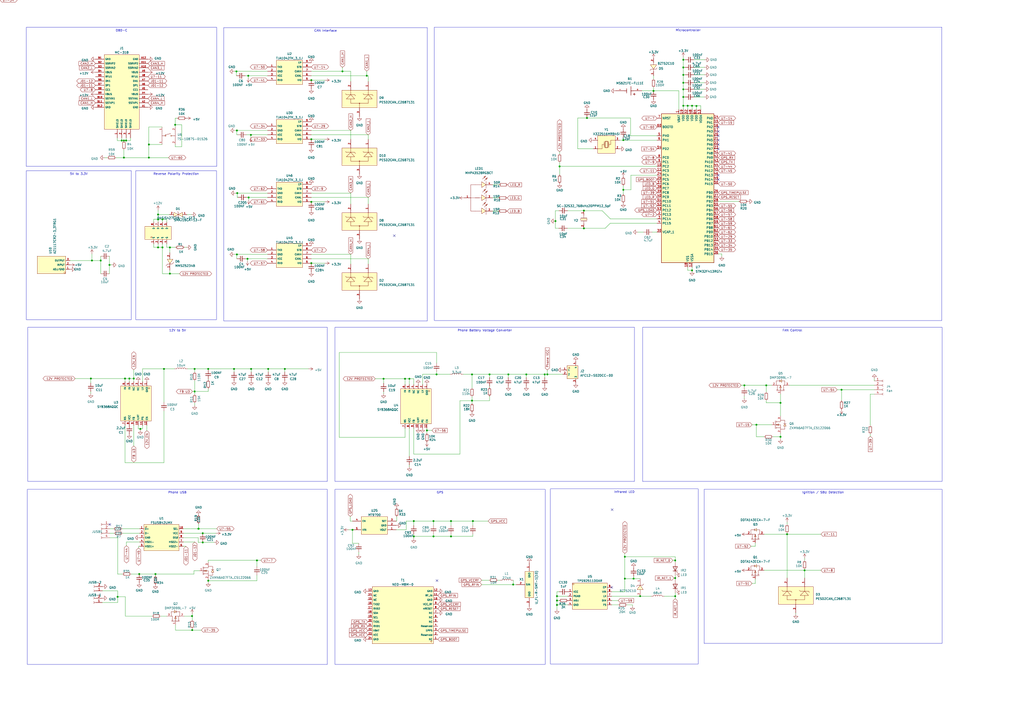
<source format=kicad_sch>
(kicad_sch (version 20230121) (generator eeschema)
  (paper "A2")
  (junction (at 101.6 72.39))
  (junction (at 58.42 151.13))
  (junction (at 52.705 219.583))
  (junction (at 115.1636 306.6796))
  (junction (at 251.46 302.26))
  (junction (at 71.882 91.44))
  (junction (at 234.95 219.71))
  (junction (at 198.6534 41.402))
  (junction (at 137.414 147.574))
  (junction (at 367.538 335.661))
  (junction (at 396.367 43.434))
  (junction (at 401.447 156.845))
  (junction (at 371.348 345.821))
  (junction (at 452.755 253.365))
  (junction (at 273.812 217.17))
  (junction (at 361.569 110.109))
  (junction (at 98.552 143.51))
  (junction (at 120.8024 336.8548))
  (junction (at 137.6172 112.014))
  (junction (at 396.367 61.341))
  (junction (at 145.542 78.232))
  (junction (at 94.234 127.254))
  (junction (at 294.894 217.17))
  (junction (at 117.602 309.3212))
  (junction (at 53.34 151.13))
  (junction (at 135.763 213.995))
  (junction (at 145.669 213.995))
  (junction (at 452.755 233.68))
  (junction (at 273.812 232.41))
  (junction (at 338.709 122.174))
  (junction (at 253.238 217.17))
  (junction (at 466.725 330.835))
  (junction (at 91.694 124.46))
  (junction (at 362.458 322.961))
  (junction (at 444.5 223.52))
  (junction (at 180.594 117.094))
  (junction (at 396.367 39.116))
  (junction (at 379.095 52.705))
  (junction (at 63.5 153.67))
  (junction (at 438.785 246.38))
  (junction (at 165.227 213.995))
  (junction (at 323.088 348.361))
  (junction (at 77.597 219.583))
  (junction (at 488.1626 226.0854))
  (junction (at 144.018 43.942))
  (junction (at 398.907 61.341))
  (junction (at 403.987 61.468))
  (junction (at 80.772 332.994))
  (junction (at 317.5 217.17))
  (junction (at 81.407 248.793))
  (junction (at 86.36 91.44))
  (junction (at 362.458 335.661))
  (junction (at 120.777 213.995))
  (junction (at 315.976 217.17))
  (junction (at 143.5608 150.114))
  (junction (at 180.594 46.482))
  (junction (at 361.569 81.28))
  (junction (at 111.4044 357.378))
  (junction (at 115.1636 306.7304))
  (junction (at 212.7504 43.942))
  (junction (at 111.506 365.506))
  (junction (at 222.504 219.71))
  (junction (at 117.602 314.6552))
  (junction (at 90.17 332.994))
  (junction (at 86.36 83.82))
  (junction (at 261.62 302.26))
  (junction (at 391.668 325.0692))
  (junction (at 204.47 307.34))
  (junction (at 75.057 219.583))
  (junction (at 456.565 309.88))
  (junction (at 431.8 223.52))
  (junction (at 247.65 249.682))
  (junction (at 338.709 132.461))
  (junction (at 391.668 345.8464))
  (junction (at 251.46 311.15))
  (junction (at 91.694 143.51))
  (junction (at 137.414 75.692))
  (junction (at 70.612 81.534))
  (junction (at 71.882 81.534))
  (junction (at 283.972 217.17))
  (junction (at 91.694 127.254))
  (junction (at 95.123 213.995))
  (junction (at 274.32 302.26))
  (junction (at 323.088 350.901))
  (junction (at 391.668 335.3308))
  (junction (at 297.688 339.09))
  (junction (at 401.447 61.341))
  (junction (at 180.594 152.654))
  (junction (at 112.903 227.076))
  (junction (at 396.367 56.261))
  (junction (at 240.03 311.15))
  (junction (at 324.612 96.52))
  (junction (at 94.234 143.51))
  (junction (at 305.308 217.17))
  (junction (at 180.594 80.772))
  (junction (at 396.367 51.816))
  (junction (at 149.0472 325.0692))
  (junction (at 396.367 48.006))
  (junction (at 240.03 302.26))
  (junction (at 340.487 68.453))
  (junction (at 144.2212 114.554))
  (junction (at 68.2244 346.202))
  (junction (at 98.552 158.75))
  (junction (at 396.367 34.671))
  (junction (at 261.62 311.15))
  (junction (at 73.152 81.534))
  (junction (at 323.088 345.821))
  (junction (at 237.49 219.71))
  (junction (at 72.517 219.583))
  (junction (at 137.16 41.402))
  (junction (at 322.199 128.2446))
  (junction (at 155.575 213.995))
  (junction (at 112.903 213.995))
  (no_connect (at 416.687 101.6))
  (no_connect (at 354.838 340.741))
  (no_connect (at 416.687 104.14))
  (no_connect (at 253.492 336.804))
  (no_connect (at 416.687 86.36))
  (no_connect (at 416.687 78.74))
  (no_connect (at 63.7032 304.2412))
  (no_connect (at 416.687 73.66))
  (no_connect (at 416.687 83.82))
  (no_connect (at 416.687 81.28))
  (no_connect (at 355.092 295.656))
  (no_connect (at 416.687 76.2))
  (no_connect (at 228.727 136.7282))
  (wire (pts (xy 361.569 110.109) (xy 366.014 110.109)))
  (wire (pts (xy 322.199 132.461) (xy 324.104 132.461)))
  (wire (pts (xy 80.3656 316.9412) (xy 80.9752 316.9412)))
  (wire (pts (xy 251.46 302.26) (xy 251.46 304.8)))
  (wire (pts (xy 396.367 51.816) (xy 397.383 51.816)))
  (wire (pts (xy 72.517 246.761) (xy 72.517 268.351)))
  (wire (pts (xy 111.506 365.506) (xy 111.4552 364.6932)))
  (wire (pts (xy 452.755 233.68) (xy 452.755 241.3)))
  (wire (pts (xy 283.972 217.17) (xy 294.894 217.17)))
  (wire (pts (xy 404.114 61.341) (xy 403.987 61.468)))
  (wire (pts (xy 135.89 41.402) (xy 137.16 41.402)))
  (wire (pts (xy 86.36 91.44) (xy 71.882 91.44)))
  (wire (pts (xy 149.0472 325.0184) (xy 149.0472 325.0692)))
  (wire (pts (xy 91.694 143.51) (xy 94.234 143.51)))
  (wire (pts (xy 401.447 154.94) (xy 401.447 156.845)))
  (wire (pts (xy 68.2244 349.504) (xy 68.2244 346.202)))
  (wire (pts (xy 112.903 233.807) (xy 112.903 235.077)))
  (wire (pts (xy 361.569 81.28) (xy 381.127 81.28)))
  (wire (pts (xy 135.89 147.574) (xy 137.414 147.574)))
  (wire (pts (xy 504.8504 228.6) (xy 507.2126 228.6)))
  (wire (pts (xy 229.87 307.34) (xy 235.585 307.34)))
  (wire (pts (xy 323.088 350.901) (xy 329.438 350.901)))
  (wire (pts (xy 466.725 330.2) (xy 466.725 330.835)))
  (wire (pts (xy 203.454 112.014) (xy 180.594 112.014)))
  (wire (pts (xy 240.03 312.42) (xy 240.03 311.15)))
  (wire (pts (xy 329.184 132.461) (xy 338.709 132.461)))
  (wire (pts (xy 379.095 50.8) (xy 379.095 52.705)))
  (wire (pts (xy 196.85 204.47) (xy 196.85 253.746)))
  (wire (pts (xy 504.8504 228.6) (xy 504.8504 246.761)))
  (wire (pts (xy 273.812 217.17) (xy 273.812 225.044)))
  (wire (pts (xy 155.575 213.995) (xy 155.575 215.773)))
  (wire (pts (xy 91.694 127.254) (xy 91.694 128.778)))
  (wire (pts (xy 198.6534 39.116) (xy 198.6534 41.402)))
  (wire (pts (xy 72.517 219.583) (xy 52.705 219.583)))
  (wire (pts (xy 137.414 75.692) (xy 155.194 75.692)))
  (wire (pts (xy 106.3752 309.3212) (xy 117.602 309.3212)))
  (wire (pts (xy 136.652 112.014) (xy 137.6172 112.014)))
  (wire (pts (xy 485.6226 226.0854) (xy 488.1626 226.0854)))
  (wire (pts (xy 71.882 81.534) (xy 70.612 81.534)))
  (wire (pts (xy 204.47 315.214) (xy 208.153 315.214)))
  (wire (pts (xy 208.153 321.564) (xy 208.153 320.294)))
  (wire (pts (xy 120.777 213.995) (xy 135.763 213.995)))
  (wire (pts (xy 98.552 158.75) (xy 94.234 158.75)))
  (wire (pts (xy 283.972 229.87) (xy 283.972 232.41)))
  (wire (pts (xy 137.6172 112.014) (xy 155.194 112.014)))
  (wire (pts (xy 75.057 219.583) (xy 72.517 219.583)))
  (wire (pts (xy 242.57 223.012) (xy 242.57 222.885)))
  (wire (pts (xy 63.5 153.67) (xy 63.5 158.75)))
  (wire (pts (xy 240.03 311.15) (xy 251.46 311.15)))
  (wire (pts (xy 93.218 357.378) (xy 96.7232 357.378)))
  (wire (pts (xy 367.538 335.661) (xy 371.348 335.661)))
  (wire (pts (xy 86.36 73.66) (xy 93.98 73.66)))
  (wire (pts (xy 111.4552 357.4288) (xy 111.4044 357.4288)))
  (wire (pts (xy 237.49 223.012) (xy 237.49 219.71)))
  (wire (pts (xy 396.367 33.02) (xy 396.367 34.671)))
  (wire (pts (xy 369.951 134.62) (xy 373.253 134.62)))
  (wire (pts (xy 204.47 307.34) (xy 204.47 315.214)))
  (wire (pts (xy 120.8024 336.8548) (xy 120.8024 336.1944)))
  (wire (pts (xy 381.127 96.52) (xy 324.612 96.52)))
  (wire (pts (xy 72.517 268.351) (xy 95.123 268.351)))
  (wire (pts (xy 137.414 78.232) (xy 137.922 78.232)))
  (wire (pts (xy 488.1626 226.06) (xy 507.2126 226.06)))
  (wire (pts (xy 89.154 127.254) (xy 89.154 128.778)))
  (wire (pts (xy 452.755 228.6) (xy 452.755 233.68)))
  (wire (pts (xy 237.49 264.668) (xy 237.49 248.412)))
  (wire (pts (xy 72.517 219.583) (xy 72.517 221.361)))
  (wire (pts (xy 101.6 68.58) (xy 102.87 68.58)))
  (wire (pts (xy 235.585 302.26) (xy 235.585 307.34)))
  (wire (pts (xy 143.5608 151.384) (xy 143.5608 150.114)))
  (wire (pts (xy 73.3552 314.4012) (xy 80.9752 314.4012)))
  (wire (pts (xy 443.23 253.365) (xy 438.785 253.365)))
  (wire (pts (xy 80.9752 311.8612) (xy 80.9498 311.8612)))
  (wire (pts (xy 120.8024 325.0184) (xy 149.0472 325.0184)))
  (wire (pts (xy 397.383 34.671) (xy 396.367 34.671)))
  (wire (pts (xy 105.41 72.39) (xy 105.41 85.09)))
  (wire (pts (xy 362.458 335.661) (xy 367.538 335.661)))
  (wire (pts (xy 80.3656 317.8556) (xy 80.3656 316.9412)))
  (wire (pts (xy 213.614 118.364) (xy 213.614 114.554)))
  (wire (pts (xy 476.25 330.835) (xy 466.725 330.835)))
  (wire (pts (xy 418.719 147.32) (xy 416.687 147.32)))
  (wire (pts (xy 294.894 217.17) (xy 305.308 217.17)))
  (wire (pts (xy 58.42 148.59) (xy 58.42 151.13)))
  (wire (pts (xy 234.95 223.012) (xy 234.95 219.71)))
  (wire (pts (xy 80.772 332.994) (xy 90.17 332.994)))
  (wire (pts (xy 88.138 357.378) (xy 72.7456 357.378)))
  (wire (pts (xy 68.2244 311.8612) (xy 68.2244 332.994)))
  (wire (pts (xy 137.414 147.574) (xy 137.414 150.114)))
  (wire (pts (xy 82.677 246.761) (xy 82.677 248.793)))
  (wire (pts (xy 143.002 78.232) (xy 145.542 78.232)))
  (wire (pts (xy 398.907 61.341) (xy 398.907 63.5)))
  (wire (pts (xy 77.597 258.699) (xy 77.597 246.761)))
  (wire (pts (xy 507.2126 219.71) (xy 507.2126 220.98)))
  (wire (pts (xy 91.694 127.254) (xy 89.154 127.254)))
  (wire (pts (xy 444.5 223.52) (xy 447.675 223.52)))
  (wire (pts (xy 145.542 78.232) (xy 145.542 79.756)))
  (wire (pts (xy 97.79 91.44) (xy 86.36 91.44)))
  (wire (pts (xy 245.11 223.012) (xy 245.11 217.17)))
  (wire (pts (xy 144.018 43.942) (xy 155.194 43.942)))
  (wire (pts (xy 305.308 217.17) (xy 315.976 217.17)))
  (wire (pts (xy 68.072 80.01) (xy 68.072 81.534)))
  (wire (pts (xy 361.569 107.696) (xy 361.569 110.109)))
  (wire (pts (xy 240.03 223.012) (xy 240.03 219.71)))
  (wire (pts (xy 117.602 309.3212) (xy 125.2728 309.3212)))
  (wire (pts (xy 322.199 122.174) (xy 322.199 128.2446)))
  (wire (pts (xy 329.438 345.821) (xy 323.088 345.821)))
  (wire (pts (xy 438.785 246.38) (xy 447.675 246.38)))
  (wire (pts (xy 137.6172 112.014) (xy 137.6172 114.554)))
  (wire (pts (xy 112.903 220.853) (xy 112.903 227.076)))
  (wire (pts (xy 188.468 46.482) (xy 180.594 46.482)))
  (wire (pts (xy 354.838 345.821) (xy 371.348 345.821)))
  (wire (pts (xy 391.668 345.8464) (xy 385.318 345.821)))
  (wire (pts (xy 188.468 152.654) (xy 180.594 152.654)))
  (wire (pts (xy 396.367 34.671) (xy 396.367 39.116)))
  (wire (pts (xy 362.458 343.281) (xy 354.838 343.281)))
  (wire (pts (xy 398.907 156.845) (xy 401.447 156.845)))
  (wire (pts (xy 120.8024 337.7692) (xy 120.8024 336.8548)))
  (wire (pts (xy 137.16 43.942) (xy 137.16 41.402)))
  (wire (pts (xy 452.755 253.365) (xy 452.755 251.46)))
  (wire (pts (xy 438.785 253.365) (xy 438.785 246.38)))
  (wire (pts (xy 53.34 151.13) (xy 58.42 151.13)))
  (wire (pts (xy 89.154 141.478) (xy 89.154 143.51)))
  (wire (pts (xy 80.137 248.793) (xy 81.407 248.793)))
  (wire (pts (xy 137.668 114.554) (xy 137.668 114.5032)))
  (wire (pts (xy 111.633 227.076) (xy 112.903 227.076)))
  (wire (pts (xy 390.2964 325.0692) (xy 391.668 325.0692)))
  (wire (pts (xy 274.32 309.88) (xy 274.32 311.15)))
  (wire (pts (xy 52.705 222.123) (xy 52.705 219.583)))
  (wire (pts (xy 358.648 348.361) (xy 354.838 348.361)))
  (wire (pts (xy 144.2212 115.824) (xy 144.2212 114.554)))
  (wire (pts (xy 398.907 61.214) (xy 398.907 61.341)))
  (wire (pts (xy 112.522 332.994) (xy 90.17 332.994)))
  (wire (pts (xy 60.706 91.44) (xy 62.23 91.44)))
  (wire (pts (xy 137.668 114.5032) (xy 138.0744 114.5032)))
  (wire (pts (xy 361.569 79.756) (xy 361.569 81.28)))
  (wire (pts (xy 81.407 249.555) (xy 81.407 248.793)))
  (wire (pts (xy 149.0472 325.0692) (xy 151.3332 325.0692)))
  (wire (pts (xy 203.454 80.772) (xy 203.454 75.692)))
  (wire (pts (xy 289.179 122.428) (xy 285.75 122.428)))
  (wire (pts (xy 94.234 127.254) (xy 91.694 127.254)))
  (wire (pts (xy 317.5 214.63) (xy 317.5 217.17)))
  (wire (pts (xy 137.16 41.402) (xy 155.194 41.402)))
  (wire (pts (xy 436.245 246.38) (xy 438.785 246.38)))
  (wire (pts (xy 198.6534 41.402) (xy 203.454 41.402)))
  (wire (pts (xy 145.542 78.232) (xy 155.194 78.232)))
  (wire (pts (xy 466.725 323.85) (xy 466.725 325.12)))
  (wire (pts (xy 143.1544 114.5032) (xy 144.2212 114.5032)))
  (wire (pts (xy 329.311 122.174) (xy 338.709 122.174)))
  (wire (pts (xy 240.03 311.15) (xy 240.03 309.88)))
  (wire (pts (xy 213.614 43.942) (xy 212.7504 43.942)))
  (wire (pts (xy 438.15 338.455) (xy 438.15 335.915)))
  (wire (pts (xy 431.8 223.52) (xy 444.5 223.52)))
  (wire (pts (xy 322.199 128.2446) (xy 322.199 132.461)))
  (wire (pts (xy 198.6534 41.402) (xy 180.594 41.402)))
  (wire (pts (xy 335.153 68.453) (xy 340.487 68.453)))
  (wire (pts (xy 396.367 56.261) (xy 396.367 61.341)))
  (wire (pts (xy 408.559 48.006) (xy 402.463 48.006)))
  (wire (pts (xy 111.4044 357.378) (xy 106.8832 357.378)))
  (wire (pts (xy 196.85 253.746) (xy 234.95 253.746)))
  (wire (pts (xy 338.709 132.334) (xy 338.709 132.461)))
  (wire (pts (xy 429.895 223.52) (xy 431.8 223.52)))
  (wire (pts (xy 63.7032 309.3212) (xy 66.0908 309.3212)))
  (wire (pts (xy 115.1636 306.6796) (xy 115.1636 303.8348)))
  (wire (pts (xy 188.468 80.772) (xy 180.594 80.772)))
  (wire (pts (xy 98.552 143.51) (xy 101.854 143.51)))
  (wire (pts (xy 466.725 330.835) (xy 466.725 335.28)))
  (wire (pts (xy 324.358 343.281) (xy 323.088 343.281)))
  (wire (pts (xy 117.602 314.6552) (xy 124.2568 314.6552)))
  (wire (pts (xy 366.903 351.536) (xy 366.903 350.901)))
  (wire (pts (xy 435.61 316.865) (xy 438.15 316.865)))
  (wire (pts (xy 401.447 156.845) (xy 401.447 157.226)))
  (wire (pts (xy 114.9604 314.6552) (xy 114.9604 311.8612)))
  (wire (pts (xy 240.03 219.71) (xy 237.49 219.71)))
  (wire (pts (xy 305.308 218.948) (xy 305.308 217.17)))
  (wire (pts (xy 222.504 222.25) (xy 222.504 219.71)))
  (wire (pts (xy 297.688 339.09) (xy 279.4 339.09)))
  (wire (pts (xy 203.454 153.162) (xy 203.454 147.574)))
  (wire (pts (xy 396.367 51.816) (xy 396.367 56.261)))
  (wire (pts (xy 70.9168 306.7812) (xy 80.9752 306.7812)))
  (wire (pts (xy 94.234 127.254) (xy 94.234 128.778)))
  (wire (pts (xy 245.11 217.17) (xy 253.238 217.17)))
  (wire (pts (xy 142.24 43.942) (xy 144.018 43.942)))
  (wire (pts (xy 222.504 228.346) (xy 222.504 227.33)))
  (wire (pts (xy 71.882 81.788) (xy 71.882 81.534)))
  (wire (pts (xy 381.127 127) (xy 354.076 127)))
  (wire (pts (xy 456.565 302.895) (xy 456.565 304.165)))
  (wire (pts (xy 106.934 143.51) (xy 108.204 143.51)))
  (wire (pts (xy 52.705 228.219) (xy 52.705 227.203)))
  (wire (pts (xy 324.358 348.361) (xy 323.088 348.361)))
  (wire (pts (xy 261.62 309.88) (xy 261.62 311.15)))
  (wire (pts (xy 408.813 34.671) (xy 402.463 34.671)))
  (wire (pts (xy 240.03 302.26) (xy 251.46 302.26)))
  (wire (pts (xy 115.1636 306.6796) (xy 115.1636 306.7304)))
  (wire (pts (xy 53.34 147.32) (xy 53.34 151.13)))
  (wire (pts (xy 456.565 309.88) (xy 443.23 309.88)))
  (wire (pts (xy 371.348 345.821) (xy 377.698 345.821)))
  (wire (pts (xy 75.692 80.01) (xy 75.692 81.534)))
  (wire (pts (xy 274.32 302.26) (xy 283.21 302.26)))
  (wire (pts (xy 289.179 114.808) (xy 285.75 114.808)))
  (wire (pts (xy 398.907 154.94) (xy 398.907 156.845)))
  (wire (pts (xy 488.1626 226.0854) (xy 488.1626 226.06)))
  (wire (pts (xy 120.8024 336.8548) (xy 149.0472 336.8548)))
  (wire (pts (xy 393.827 52.705) (xy 393.827 63.5)))
  (wire (pts (xy 101.6 72.39) (xy 101.6 73.66)))
  (wire (pts (xy 64.77 153.67) (xy 63.5 153.67)))
  (wire (pts (xy 391.668 322.961) (xy 391.668 325.0692)))
  (wire (pts (xy 431.8 224.79) (xy 431.8 223.52)))
  (wire (pts (xy 213.614 153.162) (xy 213.614 150.114)))
  (wire (pts (xy 40.64 151.13) (xy 53.34 151.13)))
  (wire (pts (xy 379.095 52.705) (xy 393.827 52.705)))
  (wire (pts (xy 217.678 219.71) (xy 222.504 219.71)))
  (wire (pts (xy 75.692 81.534) (xy 73.152 81.534)))
  (wire (pts (xy 70.612 81.534) (xy 70.612 80.01)))
  (wire (pts (xy 279.4 336.55) (xy 283.718 336.55)))
  (wire (pts (xy 77.597 214.503) (xy 77.597 219.583)))
  (wire (pts (xy 299.466 339.09) (xy 297.688 339.09)))
  (wire (pts (xy 59.3344 349.504) (xy 68.2244 349.504)))
  (wire (pts (xy 408.559 56.261) (xy 402.463 56.261)))
  (wire (pts (xy 213.614 80.772) (xy 213.614 78.232)))
  (wire (pts (xy 240.03 302.26) (xy 240.03 304.8)))
  (wire (pts (xy 202.184 307.34) (xy 204.47 307.34)))
  (wire (pts (xy 67.31 91.44) (xy 71.882 91.44)))
  (wire (pts (xy 324.612 88.011) (xy 324.612 89.154)))
  (wire (pts (xy 107.8484 316.9412) (xy 106.3752 316.9412)))
  (wire (pts (xy 101.219 213.995) (xy 95.123 213.995)))
  (wire (pts (xy 456.565 309.88) (xy 456.565 335.28)))
  (wire (pts (xy 403.987 61.468) (xy 403.987 61.341)))
  (wire (pts (xy 230.124 302.26) (xy 229.87 302.26)))
  (wire (pts (xy 338.709 122.047) (xy 338.709 122.174)))
  (wire (pts (xy 324.612 96.52) (xy 324.612 101.346)))
  (wire (pts (xy 104.14 158.75) (xy 98.552 158.75)))
  (wire (pts (xy 289.433 107.188) (xy 285.75 107.188)))
  (wire (pts (xy 322.199 122.174) (xy 324.231 122.174)))
  (wire (pts (xy 396.367 56.261) (xy 397.383 56.261)))
  (wire (pts (xy 63.7032 311.8612) (xy 68.2244 311.8612)))
  (wire (pts (xy 444.5 233.68) (xy 444.5 232.41)))
  (wire (pts (xy 77.597 221.361) (xy 77.597 219.583)))
  (wire (pts (xy 253.238 215.646) (xy 253.238 217.17)))
  (wire (pts (xy 461.645 356.235) (xy 461.645 355.6)))
  (wire (pts (xy 396.367 48.006) (xy 397.383 48.006)))
  (wire (pts (xy 240.03 248.412) (xy 240.03 263.398)))
  (wire (pts (xy 112.903 215.773) (xy 112.903 213.995)))
  (wire (pts (xy 94.234 158.75) (xy 94.234 143.51)))
  (wire (pts (xy 261.62 302.26) (xy 274.32 302.26)))
  (wire (pts (xy 366.903 350.901) (xy 363.728 350.901)))
  (wire (pts (xy 444.5 227.33) (xy 444.5 223.52)))
  (wire (pts (xy 396.367 43.434) (xy 397.51 43.434)))
  (wire (pts (xy 324.612 94.234) (xy 324.612 96.52)))
  (wire (pts (xy 408.559 51.816) (xy 402.463 51.816)))
  (wire (pts (xy 143.5608 150.114) (xy 155.194 150.114)))
  (wire (pts (xy 111.4552 357.378) (xy 111.4044 357.378)))
  (wire (pts (xy 403.987 61.341) (xy 401.447 61.341)))
  (wire (pts (xy 297.688 336.55) (xy 297.688 339.09)))
  (wire (pts (xy 294.894 218.948) (xy 294.894 217.17)))
  (wire (pts (xy 203.454 47.244) (xy 203.454 41.402)))
  (wire (pts (xy 86.36 83.82) (xy 86.36 91.44)))
  (wire (pts (xy 180.594 150.114) (xy 213.614 150.114)))
  (wire (pts (xy 323.088 348.361) (xy 323.088 350.901)))
  (wire (pts (xy 230.124 299.72) (xy 230.124 302.26)))
  (wire (pts (xy 203.454 75.692) (xy 180.594 75.692)))
  (wire (pts (xy 71.882 86.868) (xy 71.882 91.44)))
  (wire (pts (xy 101.8032 365.506) (xy 111.506 365.506)))
  (wire (pts (xy 240.03 263.398) (xy 266.827 263.398)))
  (wire (pts (xy 145.669 215.773) (xy 145.669 213.995)))
  (wire (pts (xy 428.625 116.84) (xy 416.687 116.84)))
  (wire (pts (xy 235.585 302.26) (xy 240.03 302.26)))
  (wire (pts (xy 58.42 151.13) (xy 58.42 158.75)))
  (wire (pts (xy 391.668 335.3308) (xy 391.668 336.296)))
  (wire (pts (xy 358.648 350.901) (xy 354.838 350.901)))
  (wire (pts (xy 391.668 343.916) (xy 391.668 345.8464)))
  (wire (pts (xy 117.602 314.5536) (xy 117.602 314.6552)))
  (wire (pts (xy 82.677 213.995) (xy 95.123 213.995)))
  (wire (pts (xy 213.614 47.244) (xy 213.614 43.942)))
  (wire (pts (xy 73.152 81.534) (xy 73.152 80.01)))
  (wire (pts (xy 68.2244 346.202) (xy 68.2244 342.773)))
  (wire (pts (xy 89.154 143.51) (xy 91.694 143.51)))
  (wire (pts (xy 120.777 220.345) (xy 120.777 219.837)))
  (wire (pts (xy 180.594 78.232) (xy 213.614 78.232)))
  (wire (pts (xy 82.677 248.793) (xy 81.407 248.793)))
  (wire (pts (xy 396.367 61.341) (xy 398.907 61.341)))
  (wire (pts (xy 113.03 314.4012) (xy 106.3752 314.4012)))
  (wire (pts (xy 390.9568 335.3308) (xy 391.668 335.3308)))
  (wire (pts (xy 362.458 335.661) (xy 362.458 343.281)))
  (wire (pts (xy 75.057 219.583) (xy 75.057 221.361)))
  (wire (pts (xy 101.6 72.39) (xy 105.41 72.39)))
  (wire (pts (xy 266.827 232.41) (xy 273.812 232.41)))
  (wire (pts (xy 96.774 128.778) (xy 96.774 127.254)))
  (wire (pts (xy 288.798 336.55) (xy 290.068 336.55)))
  (wire (pts (xy 188.468 117.094) (xy 180.594 117.094)))
  (wire (pts (xy 112.522 331.1144) (xy 112.522 332.994)))
  (wire (pts (xy 273.812 232.41) (xy 273.812 230.124)))
  (wire (pts (xy 403.987 61.468) (xy 403.987 63.5)))
  (wire (pts (xy 466.725 330.835) (xy 443.23 330.835)))
  (wire (pts (xy 338.709 132.461) (xy 351.028 132.461)))
  (wire (pts (xy 94.234 143.51) (xy 94.234 141.478)))
  (wire (pts (xy 396.367 43.434) (xy 396.367 48.006)))
  (wire (pts (xy 165.227 215.773) (xy 165.227 213.995)))
  (wire (pts (xy 379.095 43.942) (xy 379.095 45.72)))
  (wire (pts (xy 335.153 68.453) (xy 335.153 86.36)))
  (wire (pts (xy 247.65 249.682) (xy 247.65 251.333)))
  (wire (pts (xy 273.812 232.41) (xy 283.972 232.41)))
  (wire (pts (xy 96.774 143.51) (xy 96.774 141.478)))
  (wire (pts (xy 397.383 39.116) (xy 396.367 39.116)))
  (wire (pts (xy 101.6 68.58) (xy 101.6 72.39)))
  (wire (pts (xy 372.364 52.705) (xy 379.095 52.705)))
  (wire (pts (xy 418.719 148.59) (xy 418.719 147.32)))
  (wire (pts (xy 145.669 213.995) (xy 155.575 213.995)))
  (wire (pts (xy 98.552 143.51) (xy 98.552 146.558)))
  (wire (pts (xy 436.245 338.455) (xy 438.15 338.455)))
  (wire (pts (xy 391.7188 345.8464) (xy 391.668 345.8464)))
  (wire (pts (xy 212.7504 41.2496) (xy 212.7504 43.942)))
  (wire (pts (xy 488.1626 232.41) (xy 488.1626 226.0854)))
  (wire (pts (xy 76.0984 332.994) (xy 80.772 332.994)))
  (wire (pts (xy 155.575 213.995) (xy 165.227 213.995)))
  (wire (pts (xy 247.65 223.012) (xy 247.65 222.885)))
  (wire (pts (xy 86.36 73.66) (xy 86.36 83.82)))
  (wire (pts (xy 63.5 148.59) (xy 63.5 153.67)))
  (wire (pts (xy 144.2212 114.5032) (xy 144.2212 114.554)))
  (wire (pts (xy 73.152 81.534) (xy 71.882 81.534)))
  (wire (pts (xy 251.46 311.15) (xy 261.62 311.15)))
  (wire (pts (xy 178.943 213.995) (xy 165.227 213.995)))
  (wire (pts (xy 438.15 316.865) (xy 438.15 314.96)))
  (wire (pts (xy 98.552 143.51) (xy 96.774 143.51)))
  (wire (pts (xy 203.2 302.26) (xy 204.47 302.26)))
  (wire (pts (xy 144.2212 114.554) (xy 155.194 114.554)))
  (wire (pts (xy 315.976 217.17) (xy 317.5 217.17)))
  (wire (pts (xy 136.398 75.692) (xy 137.414 75.692)))
  (wire (pts (xy 111.4044 357.378) (xy 111.4044 357.4288)))
  (wire (pts (xy 401.447 61.341) (xy 399.034 61.341)))
  (wire (pts (xy 101.6 83.82) (xy 101.6 85.09)))
  (wire (pts (xy 85.217 246.761) (xy 85.217 249.809)))
  (wire (pts (xy 365.76 78.74) (xy 381.127 78.74)))
  (wire (pts (xy 408.686 43.434) (xy 402.59 43.434)))
  (wire (pts (xy 401.447 61.341) (xy 401.447 63.5)))
  (wire (pts (xy 112.903 213.995) (xy 108.839 213.995)))
  (wire (pts (xy 91.694 124.46) (xy 91.694 127.254)))
  (wire (pts (xy 261.62 311.15) (xy 274.32 311.15)))
  (wire (pts (xy 116.7892 365.506) (xy 111.506 365.506)))
  (wire (pts (xy 457.835 223.52) (xy 507.2126 223.52)))
  (wire (pts (xy 234.95 219.71) (xy 237.49 219.71)))
  (wire (pts (xy 90.17 332.994) (xy 90.17 334.01)))
  (wire (pts (xy 452.755 233.68) (xy 444.5 233.68)))
  (wire (pts (xy 73.3552 316.5348) (xy 73.3552 314.4012)))
  (wire (pts (xy 338.836 122.174) (xy 338.709 122.047)))
  (wire (pts (xy 283.972 217.17) (xy 283.972 218.948)))
  (wire (pts (xy 354.076 127) (xy 349.25 122.174)))
  (wire (pts (xy 106.3752 306.7812) (xy 115.1636 306.7304)))
  (wire (pts (xy 117.602 309.4736) (xy 117.602 309.3212)))
  (wire (pts (xy 349.25 122.174) (xy 338.836 122.174)))
  (wire (pts (xy 335.153 86.36) (xy 344.17 86.36)))
  (wire (pts (xy 95.123 268.351) (xy 95.123 238.379)))
  (wire (pts (xy 98.552 158.75) (xy 98.552 156.718)))
  (wire (pts (xy 406.527 61.341) (xy 406.527 63.5)))
  (wire (pts (xy 112.903 227.076) (xy 112.903 228.727)))
  (wire (pts (xy 237.49 270.764) (xy 237.49 269.748)))
  (wire (pts (xy 82.677 221.361) (xy 82.677 213.995)))
  (wire (pts (xy 452.755 254.635) (xy 452.755 253.365)))
  (wire (pts (xy 101.8032 362.458) (xy 101.8032 365.506)))
  (wire (pts (xy 399.034 61.341) (xy 398.907 61.214)))
  (wire (pts (xy 247.65 249.682) (xy 250.571 249.682)))
  (wire (pts (xy 212.7504 43.942) (xy 180.594 43.942)))
  (wire (pts (xy 251.46 302.26) (xy 261.62 302.26)))
  (wire (pts (xy 283.972 224.028) (xy 283.972 224.79)))
  (wire (pts (xy 391.668 322.961) (xy 362.458 322.961)))
  (wire (pts (xy 137.414 147.574) (xy 155.194 147.574)))
  (wire (pts (xy 273.812 217.17) (xy 283.972 217.17)))
  (wire (pts (xy 361.569 110.109) (xy 361.569 112.649)))
  (wire (pts (xy 359.41 81.28) (xy 361.569 81.28)))
  (wire (pts (xy 149.0472 336.8548) (xy 149.0472 333.6544)))
  (wire (pts (xy 504.8504 251.841) (xy 504.8504 253.111)))
  (wire (pts (xy 317.5 217.17) (xy 326.39 217.17)))
  (wire (pts (xy 391.668 333.756) (xy 391.668 335.3308)))
  (wire (pts (xy 378.333 134.62) (xy 381.127 134.62)))
  (wire (pts (xy 274.32 302.26) (xy 274.32 304.8)))
  (wire (pts (xy 120.777 213.995) (xy 120.777 214.757)))
  (wire (pts (xy 340.487 68.453) (xy 365.76 68.453)))
  (wire (pts (xy 137.414 75.692) (xy 137.414 78.232)))
  (wire (pts (xy 112.903 227.076) (xy 120.777 227.076)))
  (wire (pts (xy 323.088 343.281) (xy 323.088 345.821)))
  (wire (pts (xy 80.137 246.761) (xy 80.137 248.793)))
  (wire (pts (xy 68.2244 342.773) (xy 59.4614 342.773)))
  (wire (pts (xy 253.238 204.47) (xy 196.85 204.47)))
  (wire (pts (xy 111.4552 359.6132) (xy 111.4552 357.4288)))
  (wire (pts (xy 456.565 309.245) (xy 456.565 309.88)))
  (wire (pts (xy 222.504 219.71) (xy 234.95 219.71)))
  (wire (pts (xy 448.31 253.365) (xy 452.755 253.365)))
  (wire (pts (xy 203.2 299.593) (xy 203.2 302.26)))
  (wire (pts (xy 68.2244 332.994) (xy 71.0184 332.994)))
  (wire (pts (xy 391.668 325.0692) (xy 391.668 326.136)))
  (wire (pts (xy 98.298 124.46) (xy 91.694 124.46)))
  (wire (pts (xy 396.367 48.006) (xy 396.367 51.816)))
  (wire (pts (xy 247.65 248.412) (xy 247.65 249.682)))
  (wire (pts (xy 68.072 81.534) (xy 70.612 81.534)))
  (wire (pts (xy 366.014 101.6) (xy 381.127 101.6)))
  (wire (pts (xy 261.62 302.26) (xy 261.62 304.8)))
  (wire (pts (xy 351.028 132.461) (xy 353.949 129.54)))
  (wire (pts (xy 120.777 227.076) (xy 120.777 225.425)))
  (wire (pts (xy 362.458 321.056) (xy 362.458 322.961)))
  (wire (pts (xy 203.454 118.364) (xy 203.454 112.014)))
  (wire (pts (xy 114.9604 311.8612) (xy 106.3752 311.8612)))
  (wire (pts (xy 431.8 231.14) (xy 431.8 229.87)))
  (wire (pts (xy 367.538 334.391) (xy 367.538 335.661)))
  (wire (pts (xy 391.7188 347.3196) (xy 391.7188 345.8464)))
  (wire (pts (xy 72.7456 346.202) (xy 68.2244 346.202)))
  (wire (pts (xy 353.949 129.54) (xy 381.127 129.54)))
  (wire (pts (xy 115.1636 306.7304) (xy 115.1636 306.7812)))
  (wire (pts (xy 137.6172 114.554) (xy 137.668 114.554)))
  (wire (pts (xy 366.014 101.6) (xy 366.014 110.109)))
  (wire (pts (xy 362.458 322.961) (xy 362.458 335.661)))
  (wire (pts (xy 95.123 213.995) (xy 95.123 233.299)))
  (wire (pts (xy 120.8024 326.0344) (xy 120.8024 325.0184)))
  (wire (pts (xy 77.597 219.583) (xy 75.057 219.583)))
  (wire (pts (xy 112.522 331.1144) (xy 115.7224 331.1144)))
  (wire (pts (xy 268.732 217.17) (xy 273.812 217.17)))
  (wire (pts (xy 112.903 213.995) (xy 120.777 213.995)))
  (wire (pts (xy 149.0472 325.0692) (xy 149.0472 328.5744)))
  (wire (pts (xy 91.694 141.478) (xy 91.694 143.51)))
  (wire (pts (xy 323.088 345.821) (xy 323.088 348.361)))
  (wire (pts (xy 142.494 150.114) (xy 143.5608 150.114)))
  (wire (pts (xy 114.9604 314.6552) (xy 117.602 314.6552)))
  (wire (pts (xy 315.976 218.948) (xy 315.976 217.17)))
  (wire (pts (xy 63.7032 306.7812) (xy 65.8368 306.7812)))
  (wire (pts (xy 234.95 253.746) (xy 234.95 248.412)))
  (wire (pts (xy 213.614 114.554) (xy 180.594 114.554)))
  (wire (pts (xy 273.812 232.41) (xy 273.812 234.061)))
  (wire (pts (xy 396.367 39.116) (xy 396.367 43.434)))
  (wire (pts (xy 203.454 147.574) (xy 180.594 147.574)))
  (wire (pts (xy 125.73 306.6796) (xy 115.1636 306.6796)))
  (wire (pts (xy 52.705 219.583) (xy 43.561 219.583)))
  (wire (pts (xy 266.827 263.398) (xy 266.827 232.41)))
  (wire (pts (xy 476.25 309.88) (xy 456.565 309.88)))
  (wire (pts (xy 91.694 121.92) (xy 91.694 124.46)))
  (wire (pts (xy 101.6 85.09) (xy 105.41 85.09)))
  (wire (pts (xy 96.774 127.254) (xy 94.234 127.254)))
  (wire (pts (xy 111.4552 356.108) (xy 111.4552 357.378)))
  (wire (pts (xy 251.46 309.88) (xy 251.46 311.15)))
  (wire (pts (xy 71.1708 309.3212) (xy 80.9752 309.3212)))
  (wire (pts (xy 253.238 217.17) (xy 261.112 217.17)))
  (wire (pts (xy 365.76 68.453) (xy 365.76 78.74)))
  (wire (pts (xy 396.367 61.341) (xy 396.367 63.5)))
  (wire (pts (xy 108.458 124.46) (xy 110.998 124.46)))
  (wire (pts (xy 144.018 45.212) (xy 144.018 43.942)))
  (wire (pts (xy 135.763 213.995) (xy 135.763 215.773)))
  (wire (pts (xy 408.686 39.116) (xy 402.463 39.116)))
  (wire (pts (xy 72.7456 357.378) (xy 72.7456 346.202)))
  (wire (pts (xy 404.114 61.341) (xy 406.527 61.341)))
  (wire (pts (xy 86.36 83.82) (xy 93.98 83.82)))
  (wire (pts (xy 253.238 210.566) (xy 253.238 204.47)))
  (wire (pts (xy 135.763 213.995) (xy 145.669 213.995)))
  (wire (pts (xy 323.088 353.441) (xy 323.088 350.901)))
  (text_box "FAN Control" (at 372.745 189.865 0) (size 173.736 89.408) (effects (font (size 1.27 1.27)) (justify top)))
  (text_box "Reverse Polarity Protection" (at 78.74 99.06 0) (size 46.863 86.36) (effects (font (size 1.27 1.27)) (justify top)))
  (text_box "12V to 5V" (at 16.129 189.865 0) (size 173.736 89.408) (effects (font (size 1.27 1.27)) (justify top)))
  (text_box "Phone USB" (at 15.875 283.845 0) (size 173.99 101.6) (effects (font (size 1.27 1.27)) (justify top)))
  (text_box "GPS" (at 194.31 283.845 0) (size 121.92 101.6) (effects (font (size 1.27 1.27)) (justify top)))
  (text_box "5V to 3.3V" (at 15.24 99.06 0) (size 60.96 86.36) (effects (font (size 1.27 1.27)) (justify top)))
  (text_box "Microcontroller" (at 251.968 15.748 0) (size 294.386 170.18) (effects (font (size 1.27 1.27)) (justify top)))
  (text_box "OBD-C" (at 15.24 15.875 0) (size 110.49 80.645) (effects (font (size 1.27 1.27)) (justify top)))
  (text_box "CAN Interface" (at 129.794 16.002 0) (size 118.11 170.18) (effects (font (size 1.27 1.27)) (justify top)))
  (text_box "Infrared LED" (at 319.278 283.591 0) (size 85.725 101.6) (effects (font (size 1.27 1.27)) (justify top)))
  (text_box "Phone Battery Voltage Converter\n" (at 194.31 189.865 0) (size 173.736 89.408) (effects (font (size 1.27 1.27)) (justify top)))
  (text_box "Ignition / SBU Detection" (at 408.432 283.845 0) (size 138.049 89.408) (effects (font (size 1.27 1.27)) (justify top)))
  (global_label "CAN1_L" (shape input) (at 55.372 57.15 180) (property "Intersheetrefs" "${INTERSHEET_REFS}" (effects hide)))
  (global_label "12V PROTECTED" (shape bidirectional) (at 429.895 223.52 180) (property "Intersheetrefs" "${INTERSHEET_REFS}" (effects hide)))
  (global_label "LED_R" (shape input) (at 294.513 107.188 0) (property "Intersheetrefs" "${INTERSHEET_REFS}" (effects hide)))
  (global_label "J01-12" (shape bidirectional) (at 55.372 46.99 180) (property "Intersheetrefs" "${INTERSHEET_REFS}" (effects hide)))
  (global_label "U7-59" (shape bidirectional) (at 416.687 129.54 0) (property "Intersheetrefs" "${INTERSHEET_REFS}" (effects hide)))
  (global_label "U7-60" (shape bidirectional) (at 97.79 91.44 0) (property "Intersheetrefs" "${INTERSHEET_REFS}" (effects hide)))
  (global_label "U7-59" (shape input) (at 358.648 348.361 0) (property "Intersheetrefs" "${INTERSHEET_REFS}" (effects hide)))
  (global_label "U7-11" (shape bidirectional) (at 381.127 99.06 180) (property "Intersheetrefs" "${INTERSHEET_REFS}" (effects hide)))
  (global_label "12V_EN" (shape bidirectional) (at 85.217 249.809 270) (property "Intersheetrefs" "${INTERSHEET_REFS}" (effects hide)))
  (global_label "U7-8" (shape input) (at 476.25 330.835 0) (property "Intersheetrefs" "${INTERSHEET_REFS}" (effects hide)))
  (global_label "J01-12" (shape bidirectional) (at 113.03 314.4012 270) (property "Intersheetrefs" "${INTERSHEET_REFS}" (effects hide)))
  (global_label "CAN4_L" (shape input) (at 213.614 150.114 90) (property "Intersheetrefs" "${INTERSHEET_REFS}" (effects hide)))
  (global_label "CAN3_L" (shape input) (at 213.614 114.554 90) (property "Intersheetrefs" "${INTERSHEET_REFS}" (effects hide)))
  (global_label "U7-34" (shape bidirectional) (at 416.687 142.24 0) (property "Intersheetrefs" "${INTERSHEET_REFS}" (effects hide)))
  (global_label "GPS_VCC" (shape input) (at 213.36 365.76 180) (property "Intersheetrefs" "${INTERSHEET_REFS}" (effects hide)))
  (global_label "GPS_RFIN" (shape input) (at 279.4 339.09 180) (property "Intersheetrefs" "${INTERSHEET_REFS}" (effects hide)))
  (global_label "U7-58" (shape bidirectional) (at 155.194 145.034 180) (property "Intersheetrefs" "${INTERSHEET_REFS}" (effects hide)))
  (global_label "GPS_VCCRF" (shape input) (at 279.4 336.55 180) (property "Intersheetrefs" "${INTERSHEET_REFS}" (effects hide)))
  (global_label "U7-45" (shape bidirectional) (at 416.687 99.06 0) (property "Intersheetrefs" "${INTERSHEET_REFS}" (effects hide)))
  (global_label "U7-41" (shape bidirectional) (at 416.687 88.9 0) (property "Intersheetrefs" "${INTERSHEET_REFS}" (effects hide)))
  (global_label "U7-35" (shape bidirectional) (at 0.0002 -70383.8672 0) (property "Intersheetrefs" "${INTERSHEET_REFS}" (effects hide)))
  (global_label "LED_B" (shape input) (at 294.259 122.428 0) (property "Intersheetrefs" "${INTERSHEET_REFS}" (effects hide)))
  (global_label "U7-54" (shape input) (at 485.6226 226.0854 180) (property "Intersheetrefs" "${INTERSHEET_REFS}" (effects hide)))
  (global_label "GPS_TIMEPULSE" (shape input) (at 416.687 111.76 0) (property "Intersheetrefs" "${INTERSHEET_REFS}" (effects hide)))
  (global_label "12V PROTECTED" (shape bidirectional) (at 324.612 88.011 90) (property "Intersheetrefs" "${INTERSHEET_REFS}" (effects hide)))
  (global_label "GPS_TIMEPULSE" (shape input) (at 254 365.76 0) (property "Intersheetrefs" "${INTERSHEET_REFS}" (effects hide)))
  (global_label "IR_NET_2" (shape input) (at 391.7188 347.3196 270) (property "Intersheetrefs" "${INTERSHEET_REFS}" (effects hide)))
  (global_label "U7-62" (shape bidirectional) (at 155.194 109.474 180) (property "Intersheetrefs" "${INTERSHEET_REFS}" (effects hide)))
  (global_label "CAN2_H" (shape input) (at 203.454 75.692 90) (property "Intersheetrefs" "${INTERSHEET_REFS}" (effects hide)))
  (global_label "U7-11" (shape input) (at 476.25 309.88 0) (property "Intersheetrefs" "${INTERSHEET_REFS}" (effects hide)))
  (global_label "U7-8" (shape bidirectional) (at 381.127 91.44 180) (property "Intersheetrefs" "${INTERSHEET_REFS}" (effects hide)))
  (global_label "U7-2" (shape bidirectional) (at 180.594 145.034 0) (property "Intersheetrefs" "${INTERSHEET_REFS}" (effects hide)))
  (global_label "J01-11" (shape bidirectional) (at 107.8484 316.9412 270) (property "Intersheetrefs" "${INTERSHEET_REFS}" (effects hide)))
  (global_label "U7-35" (shape bidirectional) (at 116.7892 365.506 0) (property "Intersheetrefs" "${INTERSHEET_REFS}" (effects hide)))
  (global_label "GPS_VCC" (shape input) (at 213.36 368.3 180) (property "Intersheetrefs" "${INTERSHEET_REFS}" (effects hide)))
  (global_label "U7-61" (shape bidirectional) (at 416.687 132.08 0) (property "Intersheetrefs" "${INTERSHEET_REFS}" (effects hide)))
  (global_label "GPS_VCC" (shape input) (at 283.21 302.26 0) (property "Intersheetrefs" "${INTERSHEET_REFS}" (effects hide)))
  (global_label "FB U3" (shape bidirectional) (at 111.633 227.076 180) (property "Intersheetrefs" "${INTERSHEET_REFS}" (effects hide)))
  (global_label "U7-61" (shape bidirectional) (at 155.194 117.094 180) (property "Intersheetrefs" "${INTERSHEET_REFS}" (effects hide)))
  (global_label "CAN3_H" (shape input) (at 85.852 36.83 0) (property "Intersheetrefs" "${INTERSHEET_REFS}" (effects hide)))
  (global_label "U7-15" (shape input) (at 436.245 246.38 180) (property "Intersheetrefs" "${INTERSHEET_REFS}" (effects hide)))
  (global_label "GPS_RESET" (shape input) (at 254 353.06 0) (property "Intersheetrefs" "${INTERSHEET_REFS}" (effects hide)))
  (global_label "U7-33" (shape bidirectional) (at 155.194 80.772 180) (property "Intersheetrefs" "${INTERSHEET_REFS}" (effects hide)))
  (global_label "U7-52" (shape input) (at 381.127 119.38 180) (property "Intersheetrefs" "${INTERSHEET_REFS}" (effects hide)))
  (global_label "CAN1_L" (shape input) (at 212.7504 41.2496 90) (property "Intersheetrefs" "${INTERSHEET_REFS}" (effects hide)))
  (global_label "U7-14" (shape bidirectional) (at 416.687 68.58 0) (property "Intersheetrefs" "${INTERSHEET_REFS}" (effects hide)))
  (global_label "U7-39" (shape input) (at 504.8504 253.111 270) (property "Intersheetrefs" "${INTERSHEET_REFS}" (effects hide)))
  (global_label "U7-35" (shape bidirectional) (at 416.687 144.78 0) (property "Intersheetrefs" "${INTERSHEET_REFS}" (effects hide)))
  (global_label "U7-57" (shape bidirectional) (at 416.687 124.46 0) (property "Intersheetrefs" "${INTERSHEET_REFS}" (effects hide)))
  (global_label "U7-9" (shape bidirectional) (at 381.127 93.98 180) (property "Intersheetrefs" "${INTERSHEET_REFS}" (effects hide)))
  (global_label "U7-33" (shape bidirectional) (at 107760.8448 0 0) (property "Intersheetrefs" "${INTERSHEET_REFS}" (effects hide)))
  (global_label "IR_NET_0" (shape input) (at 390.2964 325.0692 180) (property "Intersheetrefs" "${INTERSHEET_REFS}" (effects hide)))
  (global_label "U7-2" (shape bidirectional) (at 381.127 124.46 180) (property "Intersheetrefs" "${INTERSHEET_REFS}" (effects hide)))
  (global_label "U7-39" (shape input) (at 381.127 111.76 180) (property "Intersheetrefs" "${INTERSHEET_REFS}" (effects hide)))
  (global_label "GPS_LOAD" (shape bidirectional) (at 203.2 299.593 90) (property "Intersheetrefs" "${INTERSHEET_REFS}" (effects hide)))
  (global_label "FB U3" (shape bidirectional) (at 77.597 258.699 270) (property "Intersheetrefs" "${INTERSHEET_REFS}" (effects hide)))
  (global_label "GPS_BOOT" (shape input) (at 381.127 104.14 180) (property "Intersheetrefs" "${INTERSHEET_REFS}" (effects hide)))
  (global_label "U7-11" (shape bidirectional) (at 85.852 44.45 0) (property "Intersheetrefs" "${INTERSHEET_REFS}" (effects hide)))
  (global_label "CAN1_H" (shape input) (at 198.6534 39.116 90) (property "Intersheetrefs" "${INTERSHEET_REFS}" (effects hide)))
  (global_label "LED_R" (shape input) (at 381.127 114.3 180) (property "Intersheetrefs" "${INTERSHEET_REFS}" (effects hide)))
  (global_label "U7-62" (shape bidirectional) (at 416.687 134.62 0) (property "Intersheetrefs" "${INTERSHEET_REFS}" (effects hide)))
  (global_label "U7-33" (shape bidirectional) (at 416.687 139.7 0) (property "Intersheetrefs" "${INTERSHEET_REFS}" (effects hide)))
  (global_label "GPS_RFIN" (shape input) (at 254 345.44 0) (property "Intersheetrefs" "${INTERSHEET_REFS}" (effects hide)))
  (global_label "J01-11" (shape bidirectional) (at 55.372 49.53 180) (property "Intersheetrefs" "${INTERSHEET_REFS}" (effects hide)))
  (global_label "U7-58" (shape input) (at 416.687 127 0) (property "Intersheetrefs" "${INTERSHEET_REFS}" (effects hide)))
  (global_label "U7-29" (shape bidirectional) (at 416.687 137.16 0) (property "Intersheetrefs" "${INTERSHEET_REFS}" (effects hide)))
  (global_label "U7-9" (shape bidirectional) (at 180.594 109.474 0) (property "Intersheetrefs" "${INTERSHEET_REFS}" (effects hide)))
  (global_label "U7-8" (shape bidirectional) (at 55.372 52.07 180) (property "Intersheetrefs" "${INTERSHEET_REFS}" (effects hide)))
  (global_label "LED_G" (shape input) (at 381.127 109.22 180) (property "Intersheetrefs" "${INTERSHEET_REFS}" (effects hide)))
  (global_label "CAN1_H" (shape input) (at 55.372 59.69 180) (property "Intersheetrefs" "${INTERSHEET_REFS}" (effects hide)))
  (global_label "U7-34" (shape bidirectional) (at 0 0 0) (property "Intersheetrefs" "${INTERSHEET_REFS}" (effects hide)))
  (global_label "U7-51" (shape input) (at 436.245 338.455 180) (property "Intersheetrefs" "${INTERSHEET_REFS}" (effects hide)))
  (global_label "U7-14" (shape bidirectional) (at 180.594 38.862 0) (property "Intersheetrefs" "${INTERSHEET_REFS}" (effects hide)))
  (global_label "J01-11" (shape bidirectional) (at 85.852 46.99 0) (property "Intersheetrefs" "${INTERSHEET_REFS}" (effects hide)))
  (global_label "12V PROTECTED" (shape bidirectional) (at 217.678 219.71 180) (property "Intersheetrefs" "${INTERSHEET_REFS}" (effects hide)))
  (global_label "U7-54" (shape input) (at 381.127 86.36 180) (property "Intersheetrefs" "${INTERSHEET_REFS}" (effects hide)))
  (global_label "U7-55" (shape bidirectional) (at 125.73 306.6796 0) (property "Intersheetrefs" "${INTERSHEET_REFS}" (effects hide)))
  (global_label "U7-50" (shape bidirectional) (at 155.194 38.862 180) (property "Intersheetrefs" "${INTERSHEET_REFS}" (effects hide)))
  (global_label "U7-56" (shape input) (at 250.571 249.682 0) (property "Intersheetrefs" "${INTERSHEET_REFS}" (effects hide)))
  (global_label "12V PROTECTED" (shape bidirectional) (at 362.458 321.056 90) (property "Intersheetrefs" "${INTERSHEET_REFS}" (effects hide)))
  (global_label "LED_G" (shape input) (at 294.259 114.808 0) (property "Intersheetrefs" "${INTERSHEET_REFS}" (effects hide)))
  (global_label "GPS_RX" (shape input) (at 213.36 363.22 180) (property "Intersheetrefs" "${INTERSHEET_REFS}" (effects hide)))
  (global_label "Phone VCC" (shape input) (at 317.5 214.63 90) (property "Intersheetrefs" "${INTERSHEET_REFS}" (effects hide)))
  (global_label "U7-56" (shape input) (at 416.687 121.92 0) (property "Intersheetrefs" "${INTERSHEET_REFS}" (effects hide)))
  (global_label "U7-52" (shape input) (at 435.61 316.865 180) (property "Intersheetrefs" "${INTERSHEET_REFS}" (effects hide)))
  (global_label "U7-7" (shape bidirectional) (at 381.127 68.58 180) (property "Intersheetrefs" "${INTERSHEET_REFS}" (effects hide)))
  (global_label "U7-34" (shape bidirectional) (at 155.194 73.152 180) (property "Intersheetrefs" "${INTERSHEET_REFS}" (effects hide)))
  (global_label "GPS_RESET" (shape input) (at 416.687 114.3 0) (property "Intersheetrefs" "${INTERSHEET_REFS}" (effects hide)))
  (global_label "LED_B" (shape input) (at 381.127 106.68 180) (property "Intersheetrefs" "${INTERSHEET_REFS}" (effects hide)))
  (global_label "GPS_TX" (shape input) (at 213.36 360.68 180) (property "Intersheetrefs" "${INTERSHEET_REFS}" (effects hide)))
  (global_label "12V PROTECTED" (shape bidirectional) (at 104.14 158.75 0) (property "Intersheetrefs" "${INTERSHEET_REFS}" (effects hide)))
  (global_label "GPS_RX" (shape input) (at 416.687 91.44 0) (property "Intersheetrefs" "${INTERSHEET_REFS}" (effects hide)))
  (global_label "CAN2_H" (shape input) (at 55.372 36.83 180) (property "Intersheetrefs" "${INTERSHEET_REFS}" (effects hide)))
  (global_label "12V PROTECTED" (shape bidirectional) (at 43.561 219.583 180) (property "Intersheetrefs" "${INTERSHEET_REFS}" (effects hide)))
  (global_label "U7-45" (shape bidirectional) (at 80.3656 317.8556 270) (property "Intersheetrefs" "${INTERSHEET_REFS}" (effects hide)))
  (global_label "CAN3_L" (shape input) (at 85.852 39.37 0) (property "Intersheetrefs" "${INTERSHEET_REFS}" (effects hide)))
  (global_label "CAN2_L" (shape input) (at 55.372 39.37 180) (property "Intersheetrefs" "${INTERSHEET_REFS}" (effects hide)))
  (global_label "U7-7" (shape bidirectional) (at 151.3332 325.0692 0) (property "Intersheetrefs" "${INTERSHEET_REFS}" (effects hide)))
  (global_label "U7-55" (shape bidirectional) (at 416.687 119.38 0) (property "Intersheetrefs" "${INTERSHEET_REFS}" (effects hide)))
  (global_label "U7-57" (shape bidirectional) (at 155.194 152.654 180) (property "Intersheetrefs" "${INTERSHEET_REFS}" (effects hide)))
  (global_label "U7-41" (shape bidirectional) (at 155.194 46.482 180) (property "Intersheetrefs" "${INTERSHEET_REFS}" (effects hide)))
  (global_label "GPS_VCCRF" (shape input) (at 254 350.52 0) (property "Intersheetrefs" "${INTERSHEET_REFS}" (effects hide)))
  (global_label "U7-50" (shape bidirectional) (at 416.687 106.68 0) (property "Intersheetrefs" "${INTERSHEET_REFS}" (effects hide)))
  (global_label "GPS_TX" (shape input) (at 416.687 93.98 0) (property "Intersheetrefs" "${INTERSHEET_REFS}" (effects hide)))
  (global_label "CAN3_H" (shape input) (at 203.454 112.014 90) (property "Intersheetrefs" "${INTERSHEET_REFS}" (effects hide)))
  (global_label "12V_EN" (shape bidirectional) (at 77.597 214.503 90) (property "Intersheetrefs" "${INTERSHEET_REFS}" (effects hide)))
  (global_label "U7-60" (shape bidirectional) (at 381.127 73.66 180) (property "Intersheetrefs" "${INTERSHEET_REFS}" (effects hide)))
  (global_label "U7-29" (shape bidirectional) (at 180.594 73.152 0) (property "Intersheetrefs" "${INTERSHEET_REFS}" (effects hide)))
  (global_label "CAN2_L" (shape input) (at 213.5886 78.232 90) (property "Intersheetrefs" "${INTERSHEET_REFS}" (effects hide)))
  (global_label "U7-51" (shape input) (at 381.127 116.84 180) (property "Intersheetrefs" "${INTERSHEET_REFS}" (effects hide)))
  (global_label "U7-44" (shape bidirectional) (at 416.687 96.52 0) (property "Intersheetrefs" "${INTERSHEET_REFS}" (effects hide)))
  (global_label "CAN4_H" (shape input) (at 85.852 59.69 0) (property "Intersheetrefs" "${INTERSHEET_REFS}" (effects hide)))
  (global_label "U7-15" (shape input) (at 416.687 71.12 0) (property "Intersheetrefs" "${INTERSHEET_REFS}" (effects hide)))
  (global_label "GPS_BOOT" (shape input) (at 254 370.84 0) (property "Intersheetrefs" "${INTERSHEET_REFS}" (effects hide)))
  (global_label "IR_NET_1" (shape input) (at 390.9568 335.3308 180) (property "Intersheetrefs" "${INTERSHEET_REFS}" (effects hide)))
  (global_label "U7-44" (shape bidirectional) (at 73.3552 316.5348 270) (property "Intersheetrefs" "${INTERSHEET_REFS}" (effects hide)))
  (global_label "J01-12" (shape bidirectional) (at 85.852 49.53 0) (property "Intersheetrefs" "${INTERSHEET_REFS}" (effects hide)))
  (global_label "GPS_LOAD" (shape bidirectional) (at 381.127 121.92 180) (property "Intersheetrefs" "${INTERSHEET_REFS}" (effects hide)))
  (global_label "CAN4_L" (shape input) (at 85.852 57.15 0) (property "Intersheetrefs" "${INTERSHEET_REFS}" (effects hide)))
  (global_label "CAN4_H" (shape input) (at 203.454 147.574 90) (property "Intersheetrefs" "${INTERSHEET_REFS}" (effects hide)))
  (symbol (lib_id "AFC12-S02DCC-00:AFC12-S02DCC-00") (at 331.47 217.17 0) (unit 1)
    (property "Reference" "J2" (at 336.55 215.265 0) (effects (justify left)))
    (property "Value" "AFC12-S02DCC-00" (at 336.55 217.805 0) (effects (justify left)))
    (property "Footprint" "Uno:CONN-SMD_AFC12-S02DCC-00" (effects hide))
    (property "Datasheet" "https://atta.szlcsc.com/upload/public/pdf/source/20190603/C395328_81FFB0F07B44FCDF40001FDE91C70CBA.pdf" (effects hide))
    (property "LCSC" "C395328" (effects hide))
  )
  (symbol (lib_id "Device:R_Small") (at 466.725 327.66 180) (unit 1)
    (property "Reference" "R8" (at 464.947 326.136 0) (effects (justify left)))
    (property "Value" "10K" (at 465.455 328.295 0) (effects (justify left)))
    (property "Footprint" "Resistor_SMD:R_0402_1005Metric" (effects hide))
  )
  (symbol (lib_id "power:+5V") (at 144.2212 115.824 180) (unit 1)
    (property "Reference" "#PWR041" (effects hide))
    (property "Value" "+5V" (at 144.4752 119.888 0))
  )
  (symbol (lib_id "SY8368AQQC:SY8368AQQC") (at 240.03 235.712 270) (unit 1)
    (property "Reference" "U4" (at 231.14 235.077 90) (effects (justify right)))
    (property "Value" "SY8368AQQC" (at 231.14 237.617 90) (effects (justify right)))
    (property "Footprint" "Uno:QFN-12_L3.0-W3.0-P0.45-TL-EP" (effects hide))
    (property "Datasheet" "https://atta.szlcsc.com/upload/public/pdf/source/20180224/C178253_15194367790221363788.pdf" (effects hide))
    (property "LCSC" "C207642" (effects hide))
  )
  (symbol (lib_id "Device:C_Small") (at 326.898 343.281 270) (unit 1)
    (property "Reference" "C130" (at 326.644 337.82 90))
    (property "Value" "1uF" (at 326.898 340.106 90))
    (property "Footprint" "Capacitor_SMD:C_0402_1005Metric" (effects hide))
  )
  (symbol (lib_id "Device:C_Small") (at 180.594 155.194 180) (unit 1)
    (property "Reference" "C284" (at 185.42 156.718 0))
    (property "Value" "100NF" (at 185.42 154.178 0))
    (property "Footprint" "Capacitor_SMD:C_0402_1005Metric" (effects hide))
  )
  (symbol (lib_id "power:+3.3V") (at 202.184 307.34 90) (unit 1)
    (property "Reference" "#PWR0112" (effects hide))
    (property "Value" "+3.3V" (at 198.501 304.927 0) (effects (justify right)))
  )
  (symbol (lib_id "Device:R_Small") (at 286.258 336.55 90) (unit 1)
    (property "Reference" "R31" (at 288.036 334.899 90) (effects (justify left)))
    (property "Value" "10R" (at 288.163 337.947 90) (effects (justify left)))
    (property "Footprint" "Resistor_SMD:R_0603_1608Metric" (effects hide))
  )
  (symbol (lib_id "Device:C_Small") (at 375.793 134.62 270) (unit 1)
    (property "Reference" "C62" (at 375.539 137.668 90))
    (property "Value" "4.7uF" (at 376.047 139.446 90))
    (property "Footprint" "Capacitor_SMD:C_0402_1005Metric" (effects hide))
  )
  (symbol (lib_id "Device:R_Small") (at 90.17 336.55 0) (unit 1)
    (property "Reference" "R34" (at 90.9828 338.074 0) (effects (justify left)))
    (property "Value" "10K" (at 90.297 338.455 90) (effects (justify left)))
    (property "Footprint" "Resistor_SMD:R_0402_1005Metric" (effects hide))
  )
  (symbol (lib_id "power:GND") (at 180.594 70.612 180) (unit 1)
    (property "Reference" "#PWR0118" (effects hide))
    (property "Value" "GND" (at 180.594 67.31 0))
  )
  (symbol (lib_id "Device:R_Small") (at 111.4552 362.1532 180) (unit 1)
    (property "Reference" "R15" (at 109.8296 360.426 90) (effects (justify left)))
    (property "Value" "10K" (at 113.3856 360.3752 90) (effects (justify left)))
    (property "Footprint" "Resistor_SMD:R_0402_1005Metric" (effects hide))
  )
  (symbol (lib_id "Device:C_Small") (at 399.923 48.006 90) (unit 1)
    (property "Reference" "C24" (at 404.241 47.371 90))
    (property "Value" "100nF" (at 404.495 45.72 90))
    (property "Footprint" "Capacitor_SMD:C_0402_1005Metric" (effects hide))
  )
  (symbol (lib_id "power:GND") (at 222.504 228.346 0) (unit 1)
    (property "Reference" "#PWR066" (effects hide))
    (property "Value" "GND" (at 222.504 233.172 0))
  )
  (symbol (lib_id "power:+12V") (at 85.852 54.61 270) (unit 1)
    (property "Reference" "#PWR025" (effects hide))
    (property "Value" "+12V" (at 90.17 55.245 90) (effects (justify left)))
  )
  (symbol (lib_id "Device:C_Small") (at 251.46 307.34 0) (unit 1)
    (property "Reference" "C89" (at 246.888 306.07 0))
    (property "Value" "10uF" (at 247.142 307.975 0))
    (property "Footprint" "Capacitor_SMD:C_0805_2012Metric" (effects hide))
  )
  (symbol (lib_id "power:+5V") (at 361.569 102.616 0) (unit 1)
    (property "Reference" "#PWR095" (effects hide))
    (property "Value" "+5V" (at 361.569 99.441 0))
  )
  (symbol (lib_id "Device:C_Small") (at 237.49 267.208 180) (unit 1)
    (property "Reference" "C14" (at 242.316 269.494 0))
    (property "Value" "2.2uF" (at 242.316 266.954 0))
    (property "Footprint" "Capacitor_SMD:C_0402_1005Metric" (effects hide))
  )
  (symbol (lib_id "power:+5V") (at 433.07 330.835 90) (unit 1)
    (property "Reference" "#PWR055" (effects hide))
    (property "Value" "+5V" (at 429.895 331.47 90) (effects (justify left)))
  )
  (symbol (lib_id "power:GND") (at 180.594 85.852 0) (unit 1)
    (property "Reference" "#PWR010" (effects hide))
    (property "Value" "GND" (at 180.594 91.44 0))
  )
  (symbol (lib_id "Device:L") (at 264.922 217.17 90) (unit 1)
    (property "Reference" "L3" (at 264.922 213.36 90))
    (property "Value" "3.3uH" (at 264.922 215.9 90))
    (property "Footprint" "Uno:IND-SMD_L8.0-W8.0" (effects hide))
    (property "Datasheet" "https://jlcpcb.com/partdetail/MurataElectronics-1217AS_H_3R3NP3/C160949" (effects hide))
  )
  (symbol (lib_id "DMP4065S-7:DMP4065S-7") (at 438.15 309.88 270) (mirror x) (unit 1)
    (property "Reference" "Q3" (at 438.15 304.165 90))
    (property "Value" "DDTA143ECA-7-F" (at 438.15 301.625 90))
    (property "Footprint" "Uno:SOT-23-3_L2.9-W1.3-P1.90-LS2.4-BR" (effects hide))
    (property "Datasheet" "https://www.diodes.com/assets/Package-Files/SOT23.pdf" (effects hide))
    (property "LCSC" "C182476" (effects hide))
  )
  (symbol (lib_id "PESD2CAN_C2687131:PESD2CAN_C2687131") (at 208.534 57.404 180) (unit 1)
    (property "Reference" "D9" (at 219.964 56.769 0) (effects (justify right)))
    (property "Value" "PESD2CAN_C2687131" (at 219.964 59.309 0) (effects (justify right)))
    (property "Footprint" "Uno:SOT-23_L2.9-W1.3-P1.90-LS2.4-BR" (effects hide))
    (property "Datasheet" "https://www.diodes.com/assets/Package-Files/SOT23.pdf" (effects hide))
    (property "LCSC" "C2687131" (effects hide))
  )
  (symbol (lib_id "power:GND") (at 180.594 36.322 180) (unit 1)
    (property "Reference" "#PWR0117" (effects hide))
    (property "Value" "GND" (at 180.594 33.02 0))
  )
  (symbol (lib_id "Device:R_Small") (at 361.569 105.156 180) (unit 1)
    (property "Reference" "R2" (at 359.791 103.632 0) (effects (justify left)))
    (property "Value" "10K" (at 360.299 105.791 0) (effects (justify left)))
    (property "Footprint" "Resistor_SMD:R_0402_1005Metric" (effects hide))
  )
  (symbol (lib_id "Device:C_Small") (at 326.771 122.174 270) (unit 1)
    (property "Reference" "C31" (at 326.644 127 90))
    (property "Value" "10pF" (at 326.898 125.349 90))
    (property "Footprint" "Capacitor_SMD:C_0402_1005Metric" (effects hide))
  )
  (symbol (lib_id "power:GND") (at 379.095 57.785 0) (unit 1)
    (property "Reference" "#PWR0103" (effects hide))
    (property "Value" "GND" (at 379.095 61.468 0))
  )
  (symbol (lib_id "Device:R_Small") (at 112.903 218.313 180) (unit 1)
    (property "Reference" "R10" (at 111.125 216.789 90) (effects (justify left)))
    (property "Value" "110K" (at 115.443 216.281 90) (effects (justify left)))
    (property "Footprint" "Resistor_SMD:R_0402_1005Metric" (effects hide))
  )
  (symbol (lib_id "power:GND") (at 90.17 339.09 0) (unit 1)
    (property "Reference" "#PWR050" (effects hide))
    (property "Value" "GND" (at 90.17 343.2048 0))
  )
  (symbol (lib_id "ZXMN6A07FTA_C5122066:ZXMN6A07FTA_C5122066") (at 120.8024 331.1144 0) (unit 1)
    (property "Reference" "Q7" (at 125.3744 330.4794 0) (effects (justify left)))
    (property "Value" "ZXMN6A07FTA_C5122066" (at 121.6152 335.0768 0) (effects (justify left)))
    (property "Footprint" "Uno:SOT-23-3_L2.9-W1.3-P1.90-LS2.4-BR" (effects hide))
    (property "Datasheet" "https://item.szlcsc.com/236142.html" (effects hide))
    (property "LCSC" "C5122066" (effects hide))
  )
  (symbol (lib_id "power:GND") (at 136.398 75.692 270) (unit 1)
    (property "Reference" "#PWR07" (effects hide))
    (property "Value" "GND" (at 136.398 73.152 90) (effects (justify right)))
  )
  (symbol (lib_id "power:GND") (at 408.813 34.671 90) (unit 1)
    (property "Reference" "#PWR090" (effects hide))
    (property "Value" "GND" (at 411.861 34.671 90) (effects (justify right)))
  )
  (symbol (lib_id "Device:R_Small") (at 326.898 348.361 90) (unit 1)
    (property "Reference" "R26" (at 328.168 350.266 90) (effects (justify left)))
    (property "Value" "3K" (at 328.168 352.171 90) (effects (justify left)))
    (property "Footprint" "Resistor_SMD:R_0402_1005Metric" (effects hide))
  )
  (symbol (lib_id "Device:R_Small") (at 68.3768 306.7812 270) (unit 1)
    (property "Reference" "R17" (at 67.1068 305.2572 90) (effects (justify left)))
    (property "Value" "22R" (at 66.4718 306.9082 90) (effects (justify left)))
    (property "Footprint" "Resistor_SMD:R_0402_1005Metric" (effects hide))
  )
  (symbol (lib_id "Device:R_Small") (at 324.612 103.886 180) (unit 1)
    (property "Reference" "R6" (at 322.834 102.362 0) (effects (justify left)))
    (property "Value" "1K" (at 323.342 104.521 0) (effects (justify left)))
    (property "Footprint" "Resistor_SMD:R_0402_1005Metric" (effects hide))
  )
  (symbol (lib_id "Device:R_Small") (at 104.394 143.51 90) (unit 1)
    (property "Reference" "R1" (at 105.918 141.732 90) (effects (justify left)))
    (property "Value" "1K" (at 106.426 146.05 90) (effects (justify left)))
    (property "Footprint" "Resistor_SMD:R_0402_1005Metric" (effects hide))
  )
  (symbol (lib_id "power:GND") (at 229.87 304.8 90) (unit 1)
    (property "Reference" "#PWR0115" (effects hide))
    (property "Value" "GND" (at 233.553 303.53 90))
  )
  (symbol (lib_id "Device:C_Small") (at 180.594 119.634 180) (unit 1)
    (property "Reference" "C206" (at 185.42 121.158 0))
    (property "Value" "100NF" (at 185.42 118.618 0))
    (property "Footprint" "Capacitor_SMD:C_0402_1005Metric" (effects hide))
  )
  (symbol (lib_id "power:GND") (at 55.372 62.23 270) (unit 1)
    (property "Reference" "#PWR019" (effects hide))
    (property "Value" "GND" (at 51.308 62.865 90) (effects (justify right)))
  )
  (symbol (lib_id "Device:C_Small") (at 361.569 77.216 180) (unit 1)
    (property "Reference" "C18" (at 363.601 78.867 0))
    (property "Value" "12pF" (at 363.347 80.518 0))
    (property "Footprint" "Capacitor_SMD:C_0402_1005Metric" (effects hide))
  )
  (symbol (lib_id "power:GND") (at 85.852 62.23 90) (unit 1)
    (property "Reference" "#PWR018" (effects hide))
    (property "Value" "GND" (at 90.17 62.865 90) (effects (justify right)))
  )
  (symbol (lib_id "power:GND") (at 145.669 220.853 0) (unit 1)
    (property "Reference" "#PWR036" (effects hide))
    (property "Value" "GND" (at 145.669 225.679 0))
  )
  (symbol (lib_id "Device:C_Small") (at 340.487 65.913 180) (unit 1)
    (property "Reference" "C10" (at 344.551 65.151 0))
    (property "Value" "12pF" (at 344.297 66.802 0))
    (property "Footprint" "Capacitor_SMD:C_0402_1005Metric" (effects hide))
  )
  (symbol (lib_id "PESD2CAN_C2687131:PESD2CAN_C2687131") (at 461.645 345.44 180) (unit 1)
    (property "Reference" "D3" (at 473.075 344.805 0) (effects (justify right)))
    (property "Value" "PESD2CAN_C2687131" (at 473.075 347.345 0) (effects (justify right)))
    (property "Footprint" "Uno:SOT-23-3_L2.9-W1.3-P1.90-LS2.4-BR" (effects hide))
    (property "Datasheet" "https://www.diodes.com/assets/Package-Files/SOT23.pdf" (effects hide))
    (property "LCSC" "C2687131" (effects hide))
  )
  (symbol (lib_id "MMSZ5241C-TP:MMSZ5241C-TP") (at 371.348 340.741 270) (unit 1)
    (property "Reference" "D4" (at 365.633 339.852 90) (effects (justify left)))
    (property "Value" "BZT52C10" (at 359.283 342.773 90) (effects (justify left)))
    (property "Footprint" "Uno:SOD-123_L2.7-W1.6-LS3.7-RD-1" (effects hide))
    (property "Datasheet" "https://jlcpcb.com/partdetail/Yongyutai-BZT52C10/C2891778" (effects hide))
    (property "LCSC" "C2891778" (effects hide))
  )
  (symbol (lib_id "Device:C_Small") (at 165.227 218.313 180) (unit 1)
    (property "Reference" "C28" (at 170.053 219.837 0))
    (property "Value" "47uF" (at 170.053 217.297 0))
    (property "Footprint" "Capacitor_SMD:C_0805_2012Metric" (effects hide))
  )
  (symbol (lib_id "power:GND") (at 369.951 134.62 270) (unit 1)
    (property "Reference" "#PWR086" (effects hide))
    (property "Value" "GND" (at 366.649 135.255 90) (effects (justify right)))
  )
  (symbol (lib_id "power:GND") (at 135.89 41.402 270) (unit 1)
    (property "Reference" "#PWR08" (effects hide))
    (property "Value" "GND" (at 136.525 38.862 90) (effects (justify right)))
  )
  (symbol (lib_id "Device:C_Small") (at 367.538 331.851 0) (unit 1)
    (property "Reference" "C133" (at 371.983 331.216 0))
    (property "Value" "10uF" (at 371.729 332.867 0))
    (property "Footprint" "Capacitor_SMD:C_0805_2012Metric" (effects hide))
  )
  (symbol (lib_id "power:GND") (at 242.57 222.885 180) (unit 1)
    (property "Reference" "#PWR068" (effects hide))
    (property "Value" "GND" (at 242.57 218.567 0))
  )
  (symbol (lib_id "Device:R_Small") (at 230.124 297.18 0) (unit 1)
    (property "Reference" "R33" (at 231.394 298.45 0) (effects (justify left)))
    (property "Value" "6K" (at 231.14 296.418 0) (effects (justify left)))
    (property "Footprint" "Resistor_SMD:R_0402_1005Metric" (effects hide))
  )
  (symbol (lib_id "power:GND") (at 108.204 143.51 90) (unit 1)
    (property "Reference" "#PWR028" (effects hide))
    (property "Value" "GND" (at 113.284 143.51 0))
  )
  (symbol (lib_id "power:GND") (at 155.575 220.853 0) (unit 1)
    (property "Reference" "#PWR037" (effects hide))
    (property "Value" "GND" (at 155.575 225.679 0))
  )
  (symbol (lib_id "power:+3.3V") (at 53.34 147.32 0) (unit 1)
    (property "Reference" "#PWR0107" (effects hide))
    (property "Value" "+3.3V" (at 50.8 143.51 0) (effects (justify left)))
  )
  (symbol (lib_id "power:GND") (at 242.57 248.412 0) (unit 1)
    (property "Reference" "#PWR070" (effects hide))
    (property "Value" "GND" (at 242.57 253.238 90))
  )
  (symbol (lib_id "Connector:Conn_01x02_Socket") (at 54.2544 349.504 180) (unit 1)
    (property "Reference" "JUSB-1" (at 54.8894 345.186 0))
    (property "Value" "Conn_01x02_Socket" (effects hide))
    (property "Footprint" "Connector_PinHeader_2.54mm:PinHeader_1x02_P2.54mm_Vertical" (effects hide))
  )
  (symbol (lib_id "power:GND") (at 213.36 342.9 270) (unit 1)
    (property "Reference" "#PWR0109" (effects hide))
    (property "Value" "GND" (at 209.55 343.535 90) (effects (justify right)))
  )
  (symbol (lib_id "Device:R_Small") (at 73.5584 332.994 90) (unit 1)
    (property "Reference" "R35" (at 75.2856 331.3684 90) (effects (justify left)))
    (property "Value" "1K" (at 75.3364 334.9244 90) (effects (justify left)))
    (property "Footprint" "Resistor_SMD:R_0402_1005Metric" (effects hide))
  )
  (symbol (lib_id "power:+3.3V") (at 188.468 80.772 270) (unit 1)
    (property "Reference" "#PWR014" (effects hide))
    (property "Value" "+3.3V" (at 192.024 81.407 90) (effects (justify left)))
  )
  (symbol (lib_id "SMAJ16CA-13-F:SMAJ16CA-13-F") (at 103.378 124.46 180) (unit 1)
    (property "Reference" "D1" (at 101.854 121.158 0) (effects (justify right)))
    (property "Value" "SMAJ16CA-13-F" (at 100.838 127.635 0) (effects (justify right)))
    (property "Footprint" "Uno:SMA_L4.4-W2.6-LS5.0-BI" (effects hide))
    (property "Datasheet" "https://item.szlcsc.com/301403.html" (effects hide))
    (property "LCSC" "C134960" (effects hide))
  )
  (symbol (lib_id "Device:R_Small") (at 361.188 350.901 90) (unit 1)
    (property "Reference" "R25" (at 362.458 352.806 90) (effects (justify left)))
    (property "Value" "20K" (at 362.966 354.965 90) (effects (justify left)))
    (property "Footprint" "Resistor_SMD:R_0402_1005Metric" (effects hide))
  )
  (symbol (lib_id "power:GND") (at 208.534 67.564 0) (unit 1)
    (property "Reference" "#PWR01" (effects hide))
    (property "Value" "GND" (at 208.534 72.644 0))
  )
  (symbol (lib_id "power:GND") (at 60.706 91.44 270) (unit 1)
    (property "Reference" "#PWR017" (effects hide))
    (property "Value" "GND" (at 56.896 92.075 90) (effects (justify right)))
  )
  (symbol (lib_id "Device:C_Small") (at 120.777 217.297 180) (unit 1)
    (property "Reference" "C9" (at 125.603 218.821 0))
    (property "Value" "100NF" (at 125.603 216.281 0))
    (property "Footprint" "Capacitor_SMD:C_0402_1005Metric" (effects hide))
  )
  (symbol (lib_id "power:GND") (at 165.227 220.853 0) (unit 1)
    (property "Reference" "#PWR038" (effects hide))
    (property "Value" "GND" (at 165.227 225.679 0))
  )
  (symbol (lib_id "Device:C_Small") (at 145.669 218.313 180) (unit 1)
    (property "Reference" "C12" (at 150.495 219.837 0))
    (property "Value" "47uF" (at 150.495 217.297 0))
    (property "Footprint" "Capacitor_SMD:C_0805_2012Metric" (effects hide))
  )
  (symbol (lib_id "ATGM332D-5N31:ATGM332D-5N31") (at 233.68 356.87 0) (unit 1)
    (property "Reference" "T1" (at 233.68 336.55 0))
    (property "Value" "NEO-M8M-0" (at 233.68 339.09 0))
    (property "Footprint" "Uno:GSM-SMD_ATGM332D-5N31" (effects hide))
    (property "Datasheet" "https://item.szlcsc.com/139944.html" (effects hide))
    (property "LCSC" "C128659" (effects hide))
  )
  (symbol (lib_id "power:GND") (at 408.559 56.261 90) (unit 1)
    (property "Reference" "#PWR098" (effects hide))
    (property "Value" "GND" (at 411.607 56.261 90) (effects (justify right)))
  )
  (symbol (lib_id "power:GND") (at 408.559 48.006 90) (unit 1)
    (property "Reference" "#PWR096" (effects hide))
    (property "Value" "GND" (at 411.607 48.006 90) (effects (justify right)))
  )
  (symbol (lib_id "Device:C_Small") (at 149.0472 331.1144 180) (unit 1)
    (property "Reference" "C25" (at 153.3652 332.1304 0))
    (property "Value" "100NF" (at 153.6192 330.4794 0))
    (property "Footprint" "Capacitor_SMD:C_0402_1005Metric" (effects hide))
  )
  (symbol (lib_id "power:+3.3V") (at 379.095 33.782 0) (unit 1)
    (property "Reference" "#PWR0102" (effects hide))
    (property "Value" "+3.3V" (at 379.095 30.226 0))
  )
  (symbol (lib_id "power:GND") (at 433.705 116.84 90) (unit 1)
    (property "Reference" "#PWR078" (effects hide))
    (property "Value" "GND" (at 437.261 117.475 90) (effects (justify right)))
  )
  (symbol (lib_id "power:GND") (at 120.8024 337.7692 0) (unit 1)
    (property "Reference" "#PWR049" (effects hide))
    (property "Value" "GND" (at 120.8024 342.4936 0))
  )
  (symbol (lib_id "MC-318:MC-318") (at 70.612 55.88 180) (unit 1)
    (property "Reference" "J1" (at 70.612 27.94 0))
    (property "Value" "MC-318" (at 70.612 30.48 0))
    (property "Footprint" "Uno:USB-C-SMD_MC-318" (effects hide))
    (property "Datasheet" "https://item.szlcsc.com/195012.html" (effects hide))
    (property "LCSC" "C183608" (effects hide))
  )
  (symbol (lib_id "Device:R_Small") (at 291.719 114.808 270) (unit 1)
    (property "Reference" "R16" (at 286.385 116.078 90) (effects (justify left)))
    (property "Value" "15R" (at 286.004 113.919 90) (effects (justify left)))
    (property "Footprint" "Resistor_SMD:R_0402_1005Metric" (effects hide))
  )
  (symbol (lib_id "Device:C_Small") (at 326.644 132.461 270) (unit 1)
    (property "Reference" "C34" (at 326.517 137.287 90))
    (property "Value" "10pF" (at 326.771 135.636 90))
    (property "Footprint" "Capacitor_SMD:C_0402_1005Metric" (effects hide))
  )
  (symbol (lib_id "Device:R_Small") (at 71.882 84.328 0) (unit 1)
    (property "Reference" "R4" (at 73.66 83.693 0) (effects (justify left)))
    (property "Value" "10K" (at 73.66 86.233 0) (effects (justify left)))
    (property "Footprint" "Resistor_SMD:R_0402_1005Metric" (effects hide))
  )
  (symbol (lib_id "power:GND") (at 208.534 138.684 0) (unit 1)
    (property "Reference" "#PWR03" (effects hide))
    (property "Value" "GND" (at 208.534 143.764 0))
  )
  (symbol (lib_id "Device:C_Small") (at 139.7 43.942 90) (unit 1)
    (property "Reference" "C6" (at 139.7 46.99 90))
    (property "Value" "100NF" (at 137.922 49.276 90))
    (property "Footprint" "Capacitor_SMD:C_0402_1005Metric" (effects hide))
  )
  (symbol (lib_id "Device:R_Small") (at 105.41 68.58 90) (unit 1)
    (property "Reference" "R36" (at 105.41 63.5 90))
    (property "Value" "10K" (at 105.41 66.04 90))
    (property "Footprint" "Resistor_SMD:R_0402_1005Metric" (effects hide))
  )
  (symbol (lib_id "Device:C_Small") (at 95.123 235.839 180) (unit 1)
    (property "Reference" "C3" (at 99.949 237.363 0))
    (property "Value" "100NF" (at 99.949 234.823 0))
    (property "Footprint" "Capacitor_SMD:C_0402_1005Metric" (effects hide))
  )
  (symbol (lib_id "power:+5V") (at 144.018 45.212 180) (unit 1)
    (property "Reference" "#PWR043" (effects hide))
    (property "Value" "+5V" (at 144.272 49.276 0))
  )
  (symbol (lib_id "Device:C_Small") (at 399.923 56.261 90) (unit 1)
    (property "Reference" "C66" (at 404.241 55.626 90))
    (property "Value" "100nF" (at 404.495 53.975 90))
    (property "Footprint" "Capacitor_SMD:C_0402_1005Metric" (effects hide))
  )
  (symbol (lib_id "power:GND") (at 180.594 122.174 0) (unit 1)
    (property "Reference" "#PWR011" (effects hide))
    (property "Value" "GND" (at 180.594 127.762 0))
  )
  (symbol (lib_id "power:GND") (at 180.594 106.934 180) (unit 1)
    (property "Reference" "#PWR0119" (effects hide))
    (property "Value" "GND" (at 180.594 103.632 0))
  )
  (symbol (lib_id "power:GND") (at 254 355.6 90) (unit 1)
    (property "Reference" "#PWR0125" (effects hide))
    (property "Value" "GND" (at 258.318 356.235 90) (effects (justify right)))
  )
  (symbol (lib_id "power:GND") (at 323.088 353.441 0) (unit 1)
    (property "Reference" "#PWR063" (effects hide))
    (property "Value" "GND" (at 323.088 358.521 0))
  )
  (symbol (lib_id "power:+3.3V") (at 466.725 323.85 0) (unit 1)
    (property "Reference" "#PWR057" (effects hide))
    (property "Value" "+3.3V" (at 466.725 320.04 0))
  )
  (symbol (lib_id "power:GND") (at 112.903 235.077 0) (unit 1)
    (property "Reference" "#PWR034" (effects hide))
    (property "Value" "GND" (at 112.903 239.903 0))
  )
  (symbol (lib_id "power:+3.3V") (at 188.468 117.094 270) (unit 1)
    (property "Reference" "#PWR013" (effects hide))
    (property "Value" "+3.3V" (at 192.024 117.729 90) (effects (justify left)))
  )
  (symbol (lib_id "MT9700:MT9700") (at 217.17 304.8 180) (unit 1)
    (property "Reference" "U25" (at 217.17 296.164 0))
    (property "Value" "MT9700" (at 217.17 298.704 0))
    (property "Footprint" "Uno:SOT-23-5_L3.0-W1.7-P0.95-LS2.8-BR" (effects hide))
    (property "Datasheet" "https://item.szlcsc.com/236104.html" (effects hide))
    (property "LCSC" "C89855" (effects hide))
  )
  (symbol (lib_id "power:GND") (at 52.705 228.219 0) (unit 1)
    (property "Reference" "#PWR029" (effects hide))
    (property "Value" "GND" (at 52.705 233.045 0))
  )
  (symbol (lib_id "Device:L") (at 293.878 336.55 90) (unit 1)
    (property "Reference" "L1" (at 293.878 332.74 90))
    (property "Value" "27nH" (at 293.878 335.28 90))
    (property "Footprint" "Inductor_SMD:L_0603_1608Metric" (effects hide))
  )
  (symbol (lib_id "ZXMN6A07FTA_C5122066:ZXMN6A07FTA_C5122066") (at 452.755 246.38 0) (unit 1)
    (property "Reference" "Q6" (at 457.835 245.745 0) (effects (justify left)))
    (property "Value" "ZXMN6A07FTA_C5122066" (at 457.835 248.285 0) (effects (justify left)))
    (property "Footprint" "Uno:SOT-23-3_L2.9-W1.3-P1.90-LS2.4-BR" (effects hide))
    (property "Datasheet" "https://item.szlcsc.com/236142.html" (effects hide))
    (property "LCSC" "C5122066" (effects hide))
  )
  (symbol (lib_id "Device:R_Small") (at 445.77 253.365 270) (unit 1)
    (property "Reference" "R30" (at 443.865 255.27 90) (effects (justify left)))
    (property "Value" "10K" (at 443.865 257.175 90) (effects (justify left)))
    (property "Footprint" "Resistor_SMD:R_0402_1005Metric" (effects hide))
  )
  (symbol (lib_id "Device:C_Small") (at 400.05 43.434 90) (unit 1)
    (property "Reference" "C23" (at 404.368 42.799 90))
    (property "Value" "100nF" (at 404.622 41.148 90))
    (property "Footprint" "Capacitor_SMD:C_0402_1005Metric" (effects hide))
  )
  (symbol (lib_id "MMSZ5234B:MMSZ5234B") (at 98.552 151.638 90) (unit 1)
    (property "Reference" "D6" (at 101.6 151.638 90) (effects (justify right)))
    (property "Value" "MMSZ5234B" (at 101.6 154.178 90) (effects (justify right)))
    (property "Footprint" "Uno:SOD-123_L2.8-W1.8-LS3.7-RD" (effects hide))
    (property "Datasheet" "https://datasheet.lcsc.com/lcsc/2004301507_Diodes-Incorporated-MMSZ5234B-7-F_C151818.pdf" (effects hide))
    (property "LCSC" "C2891778" (effects hide))
  )
  (symbol (lib_id "Device:R_Small") (at 283.972 227.33 180) (unit 1)
    (property "Reference" "R23" (at 282.702 226.06 0) (effects (justify left)))
    (property "Value" "1K" (at 282.956 228.092 0) (effects (justify left)))
    (property "Footprint" "Resistor_SMD:R_0402_1005Metric" (effects hide))
  )
  (symbol (lib_id "power:GND") (at 334.01 209.55 180) (unit 1)
    (property "Reference" "#PWR0122" (effects hide))
    (property "Value" "GND" (at 334.01 205.74 0))
  )
  (symbol (lib_id "Device:R_Small") (at 456.565 306.705 180) (unit 1)
    (property "Reference" "R9" (at 454.787 305.181 0) (effects (justify left)))
    (property "Value" "10K" (at 455.295 307.34 0) (effects (justify left)))
    (property "Footprint" "Resistor_SMD:R_0402_1005Metric" (effects hide))
  )
  (symbol (lib_id "Device:C_Small") (at 117.602 312.0136 180) (unit 1)
    (property "Reference" "C21" (at 121.92 313.0296 0))
    (property "Value" "100NF" (at 122.174 311.3786 0))
    (property "Footprint" "Capacitor_SMD:C_0402_1005Metric" (effects hide))
  )
  (symbol (lib_id "power:GND") (at 115.1636 298.7548 180) (unit 1)
    (property "Reference" "#PWR052" (effects hide))
    (property "Value" "GND" (at 115.1636 294.3352 0))
  )
  (symbol (lib_id "Device:C_Small") (at 274.32 307.34 0) (unit 1)
    (property "Reference" "C16" (at 269.748 306.07 0))
    (property "Value" "10uF" (at 270.002 307.975 0))
    (property "Footprint" "Capacitor_SMD:C_0805_2012Metric" (effects hide))
  )
  (symbol (lib_id "Device:C_Small") (at 60.96 158.75 90) (unit 1)
    (property "Reference" "C5" (at 60.96 161.798 90))
    (property "Value" "10uF" (at 60.833 163.576 90))
    (property "Footprint" "Capacitor_SMD:C_0603_1608Metric" (effects hide))
  )
  (symbol (lib_id "Device:C_Small") (at 399.923 39.116 90) (unit 1)
    (property "Reference" "C65" (at 403.987 38.481 90))
    (property "Value" "4.7uF" (at 404.241 36.83 90))
    (property "Footprint" "Capacitor_SMD:C_0402_1005Metric" (effects hide))
  )
  (symbol (lib_id "Device:C_Small") (at 140.6144 114.5032 90) (unit 1)
    (property "Reference" "C205" (at 140.6144 117.5512 90))
    (property "Value" "100NF" (at 138.8364 119.5832 90))
    (property "Footprint" "Capacitor_SMD:C_0402_1005Metric" (effects hide))
  )
  (symbol (lib_id "power:+3.3V") (at 456.565 302.895 0) (unit 1)
    (property "Reference" "#PWR056" (effects hide))
    (property "Value" "+3.3V" (at 456.565 299.085 0))
  )
  (symbol (lib_id "power:GND") (at 75.057 251.841 0) (unit 1)
    (property "Reference" "#PWR033" (effects hide))
    (property "Value" "GND" (at 75.057 255.905 0))
  )
  (symbol (lib_id "SC-32S32_768kHz20PPM12_5pF:SC-32S32_768kHz20PPM12_5pF") (at 338.709 127.254 270) (unit 1)
    (property "Reference" "Y2" (at 335.407 127.889 90) (effects (justify right)))
    (property "Value" "SC-32S32_768kHz20PPM12_5pF" (at 354.4824 119.4816 90) (effects (justify right)))
    (property "Footprint" "Uno:OSC-SMD_L3.2-W1.5" (effects hide))
    (property "Datasheet" "https://item.szlcsc.com/100222.html" (effects hide))
    (property "LCSC" "C97606" (effects hide))
    (property "Frequency" "-" (effects hide))
  )
  (symbol (lib_id "MHPA3528RGBCT:MHPA3528RGBCT") (at 278.13 112.268 0) (unit 1)
    (property "Reference" "LED1" (at 277.876 97.79 0))
    (property "Value" "MHPA3528RGBCT" (at 277.876 100.33 0))
    (property "Footprint" "Uno:LED-ARRAY-SMD_4P-L3.5-W2.8-TL" (effects hide))
    (property "Datasheet" "https://atta.szlcsc.com/upload/public/pdf/source/20190902/C409779_9EA0C46D876E94D2A4E683BAC3DDD702.pdf" (effects hide))
    (property "LCSC" "C409779" (effects hide))
  )
  (symbol (lib_id "Device:R_Small") (at 120.777 222.885 180) (unit 1)
    (property "Reference" "R12" (at 118.999 221.361 90) (effects (justify left)))
    (property "Value" "1K" (at 123.317 220.853 90) (effects (justify left)))
    (property "Footprint" "Resistor_SMD:R_0402_1005Metric" (effects hide))
  )
  (symbol (lib_id "power:GND") (at 401.447 157.226 0) (unit 1)
    (property "Reference" "#PWR087" (effects hide))
    (property "Value" "GND" (at 401.447 162.56 0))
  )
  (symbol (lib_id "Device:C_Small") (at 155.575 218.313 180) (unit 1)
    (property "Reference" "C8" (at 160.401 219.837 0))
    (property "Value" "47uF" (at 160.401 217.297 0))
    (property "Footprint" "Capacitor_SMD:C_0805_2012Metric" (effects hide))
  )
  (symbol (lib_id "power:GND") (at 64.77 153.67 90) (unit 1)
    (property "Reference" "#PWR0106" (effects hide))
    (property "Value" "GND" (at 68.453 154.305 90) (effects (justify right)))
  )
  (symbol (lib_id "SIS427EDN-T1-GE3:SIS427EDN-T1-GE3") (at 91.694 135.128 90) (unit 1)
    (property "Reference" "Q4" (at 91.059 126.492 90) (effects (justify right)))
    (property "Value" "SIS427EDN-T1-GE3" (at 93.599 126.492 90) (effects (justify right)))
    (property "Footprint" "Uno:POWERPAK-1212-8_L3.1-W3.1-P0.65-LS3.3-BL" (effects hide))
    (property "Datasheet" "https://atta.szlcsc.com/upload/public/pdf/source/20171128/C142572_15118626163581147120.pdf" (effects hide))
    (property "LCSC" "C727478" (effects hide))
  )
  (symbol (lib_id "Device:C_Small") (at 399.923 51.816 90) (unit 1)
    (property "Reference" "C32" (at 404.241 51.181 90))
    (property "Value" "100nF" (at 404.495 49.53 90))
    (property "Footprint" "Capacitor_SMD:C_0402_1005Metric" (effects hide))
  )
  (symbol (lib_id "Device:C_Small") (at 294.894 221.488 0) (unit 1)
    (property "Reference" "C22" (at 290.068 219.202 0))
    (property "Value" "47uF" (at 290.068 221.742 0))
    (property "Footprint" "Capacitor_SMD:C_0805_2012Metric" (effects hide))
  )
  (symbol (lib_id "power:GND") (at 408.686 43.434 90) (unit 1)
    (property "Reference" "#PWR093" (effects hide))
    (property "Value" "GND" (at 411.734 43.434 90) (effects (justify right)))
  )
  (symbol (lib_id "power:GND") (at 180.594 142.494 180) (unit 1)
    (property "Reference" "#PWR0120" (effects hide))
    (property "Value" "GND" (at 180.594 139.192 0))
  )
  (symbol (lib_id "power:GND") (at 334.01 222.25 0) (unit 1)
    (property "Reference" "#PWR0121" (effects hide))
    (property "Value" "GND" (at 334.01 227.076 0))
  )
  (symbol (lib_id "Device:C_Small") (at 222.504 224.79 180) (unit 1)
    (property "Reference" "C19" (at 227.33 226.314 0))
    (property "Value" "10uF" (at 227.33 223.774 0))
    (property "Footprint" "Capacitor_SMD:C_0805_2012Metric" (effects hide))
  )
  (symbol (lib_id "PESD2CAN_C2687131:PESD2CAN_C2687131") (at 208.534 163.322 180) (unit 1)
    (property "Reference" "D2" (at 219.964 162.687 0) (effects (justify right)))
    (property "Value" "PESD2CAN_C2687131" (at 219.964 165.227 0) (effects (justify right)))
    (property "Footprint" "Uno:SOT-23-3_L2.9-W1.3-P1.90-LS2.4-BR" (effects hide))
    (property "Datasheet" "https://www.diodes.com/assets/Package-Files/SOT23.pdf" (effects hide))
    (property "LCSC" "C2687131" (effects hide))
  )
  (symbol (lib_id "Device:R_Small") (at 112.903 231.267 180) (unit 1)
    (property "Reference" "R11" (at 111.125 229.743 90) (effects (justify left)))
    (property "Value" "15K" (at 115.443 229.235 90) (effects (justify left)))
    (property "Footprint" "Resistor_SMD:R_0402_1005Metric" (effects hide))
  )
  (symbol (lib_id "Connector:Conn_01x04_Socket") (at 512.2926 223.52 0) (unit 1)
    (property "Reference" "J4" (at 514.1976 224.155 0) (effects (justify left)))
    (property "Value" "Fan" (at 514.1976 226.695 0) (effects (justify left)))
    (property "Footprint" "Uno:CONN-SMD_2.0-4PWB-WT" (effects hide))
  )
  (symbol (lib_id "Device:R_Small") (at 504.8504 249.301 180) (unit 1)
    (property "Reference" "R32" (at 501.0404 247.396 90) (effects (justify left)))
    (property "Value" "1K" (at 502.9454 247.396 90) (effects (justify left)))
    (property "Footprint" "Resistor_SMD:R_0402_1005Metric" (effects hide))
  )
  (symbol (lib_id "power:+3.3V") (at 188.468 152.654 270) (unit 1)
    (property "Reference" "#PWR016" (effects hide))
    (property "Value" "+3.3V" (at 192.024 153.289 90) (effects (justify left)))
  )
  (symbol (lib_id "MMSZ5241C-TP:MMSZ5241C-TP") (at 379.095 38.862 90) (unit 1)
    (property "Reference" "D5" (at 384.81 39.751 90) (effects (justify left)))
    (property "Value" "BZT52C10" (at 391.16 36.83 90) (effects (justify left)))
    (property "Footprint" "Uno:SOD-123_L2.7-W1.6-LS3.7-RD-1" (effects hide))
    (property "Datasheet" "https://jlcpcb.com/partdetail/Yongyutai-BZT52C10/C2891778" (effects hide))
    (property "LCSC" "C2891778" (effects hide))
  )
  (symbol (lib_id "power:+3.3V") (at 488.1626 237.49 180) (unit 1)
    (property "Reference" "#PWR060" (effects hide))
    (property "Value" "+3.3V" (at 488.1626 240.665 0))
  )
  (symbol (lib_id "Device:C_Small") (at 135.763 218.313 180) (unit 1)
    (property "Reference" "C27" (at 140.589 219.837 0))
    (property "Value" "47uF" (at 140.589 217.297 0))
    (property "Footprint" "Capacitor_SMD:C_0805_2012Metric" (effects hide))
  )
  (symbol (lib_id "X322516MRB4SI:X322516MRB4SI") (at 351.79 83.82 0) (unit 1)
    (property "Reference" "Y1" (at 351.79 75.184 0))
    (property "Value" "X322516MRB4SI" (at 351.79 77.724 0))
    (property "Footprint" "Uno:OSC-SMD_4P-L3.2-W2.5-BL" (effects hide))
    (property "Datasheet" "https://item.szlcsc.com/15866.html" (effects hide))
    (property "LCSC" "C70562" (effects hide))
    (property "Frequency" "16MHz" (effects hide))
  )
  (symbol (lib_id "power:GND") (at 135.763 220.853 0) (unit 1)
    (property "Reference" "#PWR035" (effects hide))
    (property "Value" "GND" (at 135.763 225.679 0))
  )
  (symbol (lib_id "power:GND") (at 135.89 147.574 270) (unit 1)
    (property "Reference" "#PWR05" (effects hide))
    (property "Value" "GND" (at 135.89 144.653 90) (effects (justify right)))
  )
  (symbol (lib_id "power:GND") (at 344.17 81.28 270) (unit 1)
    (property "Reference" "#PWR092" (effects hide))
    (property "Value" "GND" (at 340.741 81.915 90) (effects (justify right)))
  )
  (symbol (lib_id "power:GND") (at 324.612 106.426 0) (unit 1)
    (property "Reference" "#PWR079" (effects hide))
    (property "Value" "GND" (at 324.612 110.363 0))
  )
  (symbol (lib_id "power:GND") (at 237.49 270.764 0) (unit 1)
    (property "Reference" "#PWR072" (effects hide))
    (property "Value" "GND" (at 237.49 275.59 0))
  )
  (symbol (lib_id "power:+5V") (at 247.65 256.413 180) (unit 1)
    (property "Reference" "#PWR071" (effects hide))
    (property "Value" "+5V" (at 247.523 260.477 0))
  )
  (symbol (lib_id "Device:R_Small") (at 488.1626 234.95 0) (unit 1)
    (property "Reference" "R27" (at 489.4326 233.68 0) (effects (justify left)))
    (property "Value" "1K" (at 489.4326 235.585 0) (effects (justify left)))
    (property "Footprint" "Resistor_SMD:R_0402_1005Metric" (effects hide))
  )
  (symbol (lib_id "TS-1087S-01526:TS-1087S-01526") (at 96.52 78.74 90) (unit 1)
    (property "Reference" "U6" (at 102.87 78.105 90) (effects (justify right)))
    (property "Value" "TS-1087S-01526" (at 102.87 80.645 90) (effects (justify right)))
    (property "Footprint" "Uno:SW-SMD_L5.2-W5.2-P3.70-LS6.4" (effects hide))
    (property "Datasheet" "https://item.szlcsc.com/457628.html" (effects hide))
    (property "LCSC" "C455262" (effects hide))
  )
  (symbol (lib_id "power:GND") (at 361.569 74.676 180) (unit 1)
    (property "Reference" "#PWR0100" (effects hide))
    (property "Value" "GND" (at 361.569 70.993 0))
  )
  (symbol (lib_id "power:GND") (at 213.36 370.84 270) (unit 1)
    (property "Reference" "#PWR0124" (effects hide))
    (property "Value" "GND" (at 209.55 371.475 90) (effects (justify right)))
  )
  (symbol (lib_id "Device:R_Small") (at 68.6308 309.3212 270) (unit 1)
    (property "Reference" "R7" (at 67.4878 311.3532 90) (effects (justify left)))
    (property "Value" "22R" (at 66.7258 309.4482 90) (effects (justify left)))
    (property "Footprint" "Resistor_SMD:R_0402_1005Metric" (effects hide))
  )
  (symbol (lib_id "power:+5V") (at 433.07 309.88 90) (unit 1)
    (property "Reference" "#PWR054" (effects hide))
    (property "Value" "+5V" (at 429.895 310.515 90) (effects (justify left)))
  )
  (symbol (lib_id "power:GND") (at 315.976 224.028 0) (unit 1)
    (property "Reference" "#PWR076" (effects hide))
    (property "Value" "GND" (at 315.976 228.854 0))
  )
  (symbol (lib_id "power:+12V") (at 85.852 41.91 270) (unit 1)
    (property "Reference" "#PWR022" (effects hide))
    (property "Value" "+12V" (at 90.17 42.545 90) (effects (justify left)))
  )
  (symbol (lib_id "Connector:Conn_01x02_Socket") (at 54.3814 342.773 180) (unit 1)
    (property "Reference" "JUSB-2" (at 55.0164 337.82 0))
    (property "Value" "Conn_01x02_Socket" (effects hide))
    (property "Footprint" "Connector_PinHeader_2.54mm:PinHeader_1x02_P2.54mm_Vertical" (effects hide))
  )
  (symbol (lib_id "MCU_ST_STM32F4:STM32F413RGTx") (at 398.907 109.22 0) (unit 1)
    (property "Reference" "U7" (at 403.4029 154.94 0) (effects (justify left)))
    (property "Value" "STM32F413RGTx" (at 403.4029 157.48 0) (effects (justify left)))
    (property "Footprint" "Package_QFP:LQFP-64_10x10mm_P0.5mm" (effects hide))
    (property "Datasheet" "https://www.st.com/resource/en/datasheet/stm32f413rg.pdf" (effects hide))
  )
  (symbol (lib_id "power:+12V") (at 91.694 121.92 0) (unit 1)
    (property "Reference" "#PWR027" (effects hide))
    (property "Value" "+12V" (at 91.44 117.856 0))
  )
  (symbol (lib_id "Device:C_Small") (at 208.153 317.754 0) (unit 1)
    (property "Reference" "C92" (at 203.581 316.484 0))
    (property "Value" "100nF" (at 203.835 318.389 0))
    (property "Footprint" "Capacitor_SMD:C_0402_1005Metric" (effects hide))
  )
  (symbol (lib_id "power:GND") (at 110.998 124.46 90) (unit 1)
    (property "Reference" "#PWR026" (effects hide))
    (property "Value" "GND" (at 114.808 125.095 90) (effects (justify right)))
  )
  (symbol (lib_id "power:GND") (at 366.903 351.536 0) (unit 1)
    (property "Reference" "#PWR064" (effects hide))
    (property "Value" "GND" (at 366.903 355.346 0))
  )
  (symbol (lib_id "power:GND") (at 208.534 173.482 0) (unit 1)
    (property "Reference" "#PWR04" (effects hide))
    (property "Value" "GND" (at 208.534 178.562 0))
  )
  (symbol (lib_id "power:GND") (at 305.308 224.028 0) (unit 1)
    (property "Reference" "#PWR075" (effects hide))
    (property "Value" "GND" (at 305.308 228.854 0))
  )
  (symbol (lib_id "Device:R_Small") (at 361.569 115.189 180) (unit 1)
    (property "Reference" "R3" (at 360.553 113.665 0) (effects (justify left)))
    (property "Value" "10K" (at 360.299 115.824 0) (effects (justify left)))
    (property "Footprint" "Resistor_SMD:R_0402_1005Metric" (effects hide))
  )
  (symbol (lib_id "power:GND") (at 307.086 351.79 0) (unit 1)
    (property "Reference" "#PWR083" (effects hide))
    (property "Value" "GND" (at 307.086 356.362 0))
  )
  (symbol (lib_id "Device:R_Small") (at 115.1636 301.2948 0) (unit 1)
    (property "Reference" "R19" (at 113.6396 302.5648 90) (effects (justify left)))
    (property "Value" "10K" (at 115.2906 303.1998 90) (effects (justify left)))
    (property "Footprint" "Resistor_SMD:R_0402_1005Metric" (effects hide))
  )
  (symbol (lib_id "power:+5V") (at 40.64 153.67 270) (unit 1)
    (property "Reference" "#PWR0110" (effects hide))
    (property "Value" "+5V" (at 45.339 153.67 90))
  )
  (symbol (lib_id "power:+12V") (at 55.372 54.61 90) (unit 1)
    (property "Reference" "#PWR024" (effects hide))
    (property "Value" "+12V" (at 51.308 55.245 90) (effects (justify left)))
  )
  (symbol (lib_id "power:+5V") (at 111.4552 356.108 0) (unit 1)
    (property "Reference" "#PWR053" (effects hide))
    (property "Value" "+5V" (at 111.4552 352.7044 0))
  )
  (symbol (lib_id "Device:C_Small") (at 139.954 150.114 90) (unit 1)
    (property "Reference" "C4" (at 139.954 153.162 90))
    (property "Value" "100NF" (at 138.938 154.94 90))
    (property "Footprint" "Capacitor_SMD:C_0402_1005Metric" (effects hide))
  )
  (symbol (lib_id "Device:LED") (at 391.668 329.946 90) (unit 1)
    (property "Reference" "IR2" (at 394.843 330.8985 90) (effects (justify right)))
    (property "Value" "LED" (at 394.843 333.4385 90) (effects (justify right)))
    (property "Footprint" "LED_SMD:L1I0-0850050200000" (effects hide))
  )
  (symbol (lib_id "power:GND") (at 507.2126 219.71 180) (unit 1)
    (property "Reference" "#PWR059" (effects hide))
    (property "Value" "GND" (at 507.2126 214.63 0))
  )
  (symbol (lib_id "Device:LED") (at 391.668 340.106 90) (unit 1)
    (property "Reference" "IR1" (at 394.843 341.0585 90) (effects (justify right)))
    (property "Value" "LED" (at 394.843 343.5985 90) (effects (justify right)))
    (property "Footprint" "LED_SMD:L1I0-0850050200000" (effects hide))
  )
  (symbol (lib_id "TPS92511DDAR:TPS92511DDAR") (at 342.138 345.821 0) (unit 1)
    (property "Reference" "U5" (at 342.138 334.391 0))
    (property "Value" "TPS92511DDAR" (at 342.138 336.931 0))
    (property "Footprint" "Uno:SO-8_L4.9-W3.9-P1.27-LS6.0-BL-EP" (effects hide))
    (property "Datasheet" "https://item.szlcsc.com/141063.html" (effects hide))
    (property "LCSC" "C114277" (effects hide))
    (property "Frequency" "-" (effects hide))
  )
  (symbol (lib_id "power:GND") (at 431.8 231.14 0) (unit 1)
    (property "Reference" "#PWR061" (effects hide))
    (property "Value" "GND" (at 431.8 236.22 0))
  )
  (symbol (lib_id "power:GND") (at 59.4614 340.233 90) (unit 1)
    (property "Reference" "#PWR046" (effects hide))
    (property "Value" "GND" (at 63.2714 340.868 90) (effects (justify right)))
  )
  (symbol (lib_id "Device:C_Small") (at 379.095 55.245 0) (unit 1)
    (property "Reference" "C30" (at 374.904 56.261 0))
    (property "Value" "100nF" (at 375.158 54.61 0))
    (property "Footprint" "Capacitor_SMD:C_0402_1005Metric" (effects hide))
  )
  (symbol (lib_id "TJA1042TK_3_1J:TJA1042TK_3_1J") (at 167.894 148.844 0) (unit 1)
    (property "Reference" "U45" (at 167.894 138.049 0))
    (property "Value" "TJA1042TK_3_1J" (at 167.894 140.589 0))
    (property "Footprint" "Uno:HVSON-8_L3.0-W3.0-P0.65-BL-EP" (effects hide))
    (property "Datasheet" "https://list.szlcsc.com/catalog/606.html" (effects hide))
    (property "LCSC" "C131480" (effects hide))
  )
  (symbol (lib_id "Device:C_Small") (at 315.976 221.488 0) (unit 1)
    (property "Reference" "C13" (at 311.15 219.202 0))
    (property "Value" "47uF" (at 311.15 221.742 0))
    (property "Footprint" "Capacitor_SMD:C_0805_2012Metric" (effects hide))
  )
  (symbol (lib_id "Device:R_Small") (at 431.165 116.84 270) (unit 1)
    (property "Reference" "R20" (at 429.387 120.904 90) (effects (justify left)))
    (property "Value" "10K" (at 429.387 118.872 90) (effects (justify left)))
    (property "Footprint" "Resistor_SMD:R_0402_1005Metric" (effects hide))
  )
  (symbol (lib_id "DMP3099L-7:DMP3099L-7") (at 101.8032 357.378 90) (unit 1)
    (property "Reference" "Q2" (at 101.8032 350.2152 90))
    (property "Value" "DMP3099L-7" (at 101.8032 352.7552 90))
    (property "Footprint" "Uno:SOT-23-3_L2.9-W1.3-P1.90-LS2.4-BR" (effects hide))
    (property "Datasheet" "https://www.diodes.com/assets/Package-Files/SOT23.pdf" (effects hide))
    (property "LCSC" "C155244" (effects hide))
  )
  (symbol (lib_id "power:GND") (at 408.686 39.116 90) (unit 1)
    (property "Reference" "#PWR091" (effects hide))
    (property "Value" "GND" (at 411.734 39.116 90) (effects (justify right)))
  )
  (symbol (lib_id "Connector:Conn_01x04_Socket") (at 58.6232 306.7812 0) (mirror y) (unit 1)
    (property "Reference" "JUSB1" (at 56.3372 308.4322 0))
    (property "Value" "Conn_01x04_Socket" (effects hide))
    (property "Footprint" "Connector_PinHeader_1.27mm:PinHeader_1x04_P1.27mm_Vertical" (effects hide))
  )
  (symbol (lib_id "Device:C_Small") (at 431.8 227.33 180) (unit 1)
    (property "Reference" "C26" (at 436.118 228.346 0))
    (property "Value" "4.7uF" (at 436.372 226.695 0))
    (property "Footprint" "Capacitor_SMD:C_0402_1005Metric" (effects hide))
  )
  (symbol (lib_id "Device:C_Small") (at 283.972 221.488 0) (unit 1)
    (property "Reference" "C17" (at 279.146 219.202 0))
    (property "Value" "100nF" (at 279.146 221.742 0))
    (property "Footprint" "Capacitor_SMD:C_0402_1005Metric" (effects hide))
  )
  (symbol (lib_id "power:+5V") (at 107.95 68.58 270) (unit 1)
    (property "Reference" "#PWR084" (effects hide))
    (property "Value" "+5V" (at 111.76 69.215 90) (effects (justify left)))
  )
  (symbol (lib_id "Device:C_Small") (at 180.594 49.022 180) (unit 1)
    (property "Reference" "C7" (at 185.42 50.546 0))
    (property "Value" "100NF" (at 185.42 48.006 0))
    (property "Footprint" "Capacitor_SMD:C_0402_1005Metric" (effects hide))
  )
  (symbol (lib_id "power:GND") (at 208.534 101.092 0) (unit 1)
    (property "Reference" "#PWR02" (effects hide))
    (property "Value" "GND" (at 208.534 106.172 0))
  )
  (symbol (lib_id "power:GND") (at 230.124 294.64 180) (unit 1)
    (property "Reference" "#PWR0116" (effects hide))
    (property "Value" "GND" (at 228.854 290.957 90))
  )
  (symbol (lib_id "power:GND") (at 294.894 224.028 0) (unit 1)
    (property "Reference" "#PWR074" (effects hide))
    (property "Value" "GND" (at 294.894 228.854 0))
  )
  (symbol (lib_id "Device:L") (at 105.029 213.995 90) (unit 1)
    (property "Reference" "L2" (at 105.029 209.423 90))
    (property "Value" "10uH" (at 105.029 211.963 90))
    (property "Footprint" "Uno:IND-SMD_L6.0-W6.0" (effects hide))
    (property "Datasheet" "https://jlcpcb.com/partdetail/Yjycoin-YNR6020100M/C341046" (effects hide))
  )
  (symbol (lib_id "power:GND") (at 254 347.98 90) (unit 1)
    (property "Reference" "#PWR0123" (effects hide))
    (property "Value" "GND" (at 258.318 348.615 90) (effects (justify right)))
  )
  (symbol (lib_id "Device:C_Small") (at 240.03 307.34 0) (unit 1)
    (property "Reference" "C93" (at 236.601 308.991 0))
    (property "Value" "100nF" (at 236.855 310.896 0))
    (property "Footprint" "Capacitor_SMD:C_0402_1005Metric" (effects hide))
  )
  (symbol (lib_id "power:GND") (at 322.199 128.2446 270) (unit 1)
    (property "Reference" "#PWR0111" (effects hide))
    (property "Value" "GND" (at 318.262 128.2446 0))
  )
  (symbol (lib_id "power:GND") (at 80.772 338.074 0) (unit 1)
    (property "Reference" "#PWR051" (effects hide))
    (property "Value" "GND" (at 80.772 342.4936 0))
  )
  (symbol (lib_id "power:GND") (at 361.569 117.729 0) (unit 1)
    (property "Reference" "#PWR094" (effects hide))
    (property "Value" "GND" (at 361.569 121.666 0))
  )
  (symbol (lib_id "Device:L") (at 381.508 345.821 90) (unit 1)
    (property "Reference" "L4" (at 381.508 341.376 90))
    (property "Value" "68uH" (at 381.508 343.916 90))
    (property "Footprint" "Uno:IND-SMD_L4.0-W4.0_SMNR4020" (effects hide))
    (property "Datasheet" "https://jlcpcb.com/partdetail/146576-SMNR402068UH/C135265" (effects hide))
  )
  (symbol (lib_id "power:GND") (at 247.65 222.885 180) (unit 1)
    (property "Reference" "#PWR067" (effects hide))
    (property "Value" "GND" (at 247.65 219.075 0))
  )
  (symbol (lib_id "power:GND") (at 136.652 112.014 270) (unit 1)
    (property "Reference" "#PWR06" (effects hide))
    (property "Value" "GND" (at 136.652 109.347 90) (effects (justify right)))
  )
  (symbol (lib_id "MS621FE-FL11E:MS621FE-FL11E") (at 364.744 52.705 180) (unit 1)
    (property "Reference" "B1" (at 365.379 45.72 0))
    (property "Value" "MS621FE-FL11E" (at 365.379 48.26 0))
    (property "Footprint" "footprint:BAT_MS621FE-FL11E" (effects hide))
    (property "PARTREV" "E" (effects hide))
    (property "MANUFACTURER" "Seiko Instruments" (effects hide))
    (property "MAXIMUM_PACKAGE_HEIGHT" "2.8mm" (effects hide))
    (property "STANDARD" "Manufacturer Recommendations" (effects hide))
  )
  (symbol (lib_id "power:GND") (at 80.9498 311.8612 270) (unit 1)
    (property "Reference" "#PWR044" (effects hide))
    (property "Value" "GND" (at 77.7748 312.4962 90) (effects (justify right)))
  )
  (symbol (lib_id "power:+5V") (at 145.542 79.756 180) (unit 1)
    (property "Reference" "#PWR042" (effects hide))
    (property "Value" "+5V" (at 145.796 83.82 0))
  )
  (symbol (lib_id "Device:C_Small") (at 52.705 224.663 180) (unit 1)
    (property "Reference" "C11" (at 57.531 226.187 0))
    (property "Value" "10uF" (at 57.531 223.647 0))
    (property "Footprint" "Capacitor_SMD:C_0805_2012Metric" (effects hide))
  )
  (symbol (lib_id "Device:R_Small") (at 90.678 357.378 90) (unit 1)
    (property "Reference" "R18" (at 92.4052 355.7524 90) (effects (justify left)))
    (property "Value" "100R" (at 92.456 359.3084 90) (effects (justify left)))
    (property "Footprint" "Resistor_SMD:R_0402_1005Metric" (effects hide))
  )
  (symbol (lib_id "power:GND") (at 408.559 51.816 90) (unit 1)
    (property "Reference" "#PWR097" (effects hide))
    (property "Value" "GND" (at 411.607 51.816 90) (effects (justify right)))
  )
  (symbol (lib_id "power:GND") (at 240.03 312.42 0) (unit 1)
    (property "Reference" "#PWR085" (effects hide))
    (property "Value" "GND" (at 240.03 317.5 0))
  )
  (symbol (lib_id "U_FL-R-SMT-1(10):U_FL-R-SMT-1(10)") (at 304.546 339.09 270) (unit 1)
    (property "Reference" "X1" (at 301.244 336.042 90) (effects (justify left)))
    (property "Value" "U_FL-R-SMT-1(10)" (at 311.15 330.962 0) (effects (justify left)))
    (property "Footprint" "Uno:ANT-SMD_UFL-R-SMT-1-10" (effects hide))
    (property "Datasheet" "https://item.szlcsc.com/89552.html" (effects hide))
    (property "LCSC" "C88373" (effects hide))
  )
  (symbol (lib_id "power:GND") (at 307.086 326.39 180) (unit 1)
    (property "Reference" "#PWR082" (effects hide))
    (property "Value" "GND" (at 307.086 323.088 0))
  )
  (symbol (lib_id "SY8368AQQC:SY8368AQQC") (at 77.597 234.061 270) (unit 1)
    (property "Reference" "U3" (at 68.707 233.426 90) (effects (justify right)))
    (property "Value" "SY8368AQQC" (at 68.707 235.966 90) (effects (justify right)))
    (property "Footprint" "Uno:QFN-12_L3.0-W3.0-P0.45-TL-EP" (effects hide))
    (property "Datasheet" "https://atta.szlcsc.com/upload/public/pdf/source/20180224/C178253_15194367790221363788.pdf" (effects hide))
    (property "LCSC" "C207642" (effects hide))
  )
  (symbol (lib_id "power:GND") (at 245.11 248.412 0) (unit 1)
    (property "Reference" "#PWR069" (effects hide))
    (property "Value" "GND" (at 245.364 253.238 90))
  )
  (symbol (lib_id "power:GND") (at 452.755 254.635 0) (unit 1)
    (property "Reference" "#PWR062" (effects hide))
    (property "Value" "GND" (at 452.755 259.715 0))
  )
  (symbol (lib_id "Device:R_Small") (at 291.973 107.188 270) (unit 1)
    (property "Reference" "R14" (at 286.004 108.077 90) (effects (justify left)))
    (property "Value" "50R" (at 286.258 105.918 90) (effects (justify left)))
    (property "Footprint" "Resistor_SMD:R_0402_1005Metric" (effects hide))
  )
  (symbol (lib_id "Device:C_Small") (at 261.62 307.34 0) (unit 1)
    (property "Reference" "C29" (at 257.048 306.07 0))
    (property "Value" "100nF" (at 257.302 307.975 0))
    (property "Footprint" "Capacitor_SMD:C_0402_1005Metric" (effects hide))
  )
  (symbol (lib_id "Device:C_Small") (at 140.462 78.232 90) (unit 1)
    (property "Reference" "C80" (at 140.462 81.28 90))
    (property "Value" "100NF" (at 140.462 83.82 90))
    (property "Footprint" "Capacitor_SMD:C_0402_1005Metric" (effects hide))
  )
  (symbol (lib_id "TJA1042TK_3_1J:TJA1042TK_3_1J") (at 167.894 42.672 0) (unit 1)
    (property "Reference" "U2" (at 167.894 31.242 0))
    (property "Value" "TJA1042TK_3_1J" (at 167.894 33.782 0))
    (property "Footprint" "Uno:HVSON-8_L3.0-W3.0-P0.65-BL-EP" (effects hide))
    (property "Datasheet" "https://list.szlcsc.com/catalog/606.html" (effects hide))
    (property "LCSC" "C131480" (effects hide))
  )
  (symbol (lib_id "Device:C_Small") (at 305.308 221.488 0) (unit 1)
    (property "Reference" "C20" (at 300.482 219.202 0))
    (property "Value" "47uF" (at 300.482 221.742 0))
    (property "Footprint" "Capacitor_SMD:C_0805_2012Metric" (effects hide))
  )
  (symbol (lib_id "Device:R_Small") (at 379.095 48.26 0) (unit 1)
    (property "Reference" "R28" (at 380.873 47.498 0) (effects (justify left)))
    (property "Value" "100R" (at 380.238 49.403 0) (effects (justify left)))
    (property "Footprint" "Resistor_SMD:R_0402_1005Metric" (effects hide))
  )
  (symbol (lib_id "Device:R_Small") (at 444.5 229.87 180) (unit 1)
    (property "Reference" "R29" (at 443.23 229.235 0) (effects (justify left)))
    (property "Value" "10K" (at 443.23 231.14 0) (effects (justify left)))
    (property "Footprint" "Resistor_SMD:R_0402_1005Metric" (effects hide))
  )
  (symbol (lib_id "power:GND") (at 273.812 239.141 0) (unit 1)
    (property "Reference" "#PWR073" (effects hide))
    (property "Value" "GND" (at 273.812 243.967 0))
  )
  (symbol (lib_id "power:+3.3V") (at 396.367 33.02 0) (unit 1)
    (property "Reference" "#PWR089" (effects hide))
    (property "Value" "+3.3V" (at 396.367 29.464 0))
  )
  (symbol (lib_id "power:GND") (at 40.64 156.21 90) (unit 1)
    (property "Reference" "#PWR0114" (effects hide))
    (property "Value" "GND" (at 46.99 156.21 90) (effects (justify left)))
  )
  (symbol (lib_id "power:+3.3V") (at 125.2728 309.3212 270) (unit 1)
    (property "Reference" "#PWR048" (effects hide))
    (property "Value" "+3.3V" (at 128.4478 309.9562 90) (effects (justify left)))
  )
  (symbol (lib_id "DMP4065S-7:DMP4065S-7") (at 438.15 330.835 270) (mirror x) (unit 1)
    (property "Reference" "Q1" (at 438.15 323.215 90))
    (property "Value" "DDTA143ECA-7-F" (at 438.15 325.755 90))
    (property "Footprint" "Uno:SOT-23-3_L2.9-W1.3-P1.90-LS2.4-BR" (effects hide))
    (property "Datasheet" "https://www.diodes.com/assets/Package-Files/SOT23.pdf" (effects hide))
    (property "LCSC" "C182476" (effects hide))
  )
  (symbol (lib_id "Device:R_Small") (at 247.65 253.873 0) (unit 1)
    (property "Reference" "R24" (at 248.92 255.143 0) (effects (justify left)))
    (property "Value" "10K" (at 248.666 253.111 0) (effects (justify left)))
    (property "Footprint" "Resistor_SMD:R_0402_1005Metric" (effects hide))
  )
  (symbol (lib_id "TJA1042TK_3_1J:TJA1042TK_3_1J") (at 167.894 76.962 0) (unit 1)
    (property "Reference" "U30" (at 167.894 65.532 0))
    (property "Value" "TJA1042TK_3_1J" (at 167.894 68.072 0))
    (property "Footprint" "Uno:HVSON-8_L3.0-W3.0-P0.65-BL-EP" (effects hide))
    (property "Datasheet" "https://list.szlcsc.com/catalog/606.html" (effects hide))
    (property "LCSC" "C131480" (effects hide))
  )
  (symbol (lib_id "Device:C_Small") (at 75.057 249.301 180) (unit 1)
    (property "Reference" "C1" (at 70.231 250.825 0))
    (property "Value" "2.2uF" (at 70.231 248.285 0))
    (property "Footprint" "Capacitor_SMD:C_0402_1005Metric" (effects hide))
  )
  (symbol (lib_id "power:GND") (at 357.124 52.705 270) (unit 1)
    (property "Reference" "#PWR0104" (effects hide))
    (property "Value" "GND" (at 353.949 52.705 90) (effects (justify right)))
  )
  (symbol (lib_id "power:GND") (at 208.153 321.564 0) (unit 1)
    (property "Reference" "#PWR0113" (effects hide))
    (property "Value" "GND" (at 208.153 326.644 0))
  )
  (symbol (lib_id "power:GND") (at 180.594 51.562 0) (unit 1)
    (property "Reference" "#PWR09" (effects hide))
    (property "Value" "GND" (at 180.594 57.15 0))
  )
  (symbol (lib_id "DMP3099L-7:DMP3099L-7") (at 452.755 223.52 270) (mirror x) (unit 1)
    (property "Reference" "Q5" (at 452.755 216.535 90))
    (property "Value" "DMP3099L-7" (at 452.755 219.075 90))
    (property "Footprint" "Uno:SOT-23-3_L2.9-W1.3-P1.90-LS2.4-BR" (effects hide))
    (property "Datasheet" "https://www.diodes.com/assets/Package-Files/SOT23.pdf" (effects hide))
    (property "LCSC" "C155244" (effects hide))
  )
  (symbol (lib_id "Device:R_Small") (at 64.77 91.44 270) (unit 1)
    (property "Reference" "R59" (at 64.77 86.868 90))
    (property "Value" "10K" (at 64.77 89.408 90))
    (property "Footprint" "Resistor_SMD:R_0402_1005Metric" (effects hide))
  )
  (symbol (lib_id "Device:R_Small") (at 273.812 236.601 180) (unit 1)
    (property "Reference" "R22" (at 272.542 235.331 0) (effects (justify left)))
    (property "Value" "18K" (at 272.796 237.363 0) (effects (justify left)))
    (property "Footprint" "Resistor_SMD:R_0402_1005Metric" (effects hide))
  )
  (symbol (lib_id "power:GND") (at 81.407 249.555 0) (unit 1)
    (property "Reference" "#PWR032" (effects hide))
    (property "Value" "GND" (at 81.407 253.619 0))
  )
  (symbol (lib_id "Device:C_Small") (at 80.772 335.534 180) (unit 1)
    (property "Reference" "C35" (at 85.09 336.55 0))
    (property "Value" "100NF" (at 85.344 334.899 0))
    (property "Footprint" "Capacitor_SMD:C_0402_1005Metric" (effects hide))
  )
  (symbol (lib_id "power:+12V") (at 55.372 41.91 90) (unit 1)
    (property "Reference" "#PWR023" (effects hide))
    (property "Value" "+12V" (at 51.308 42.545 90) (effects (justify left)))
  )
  (symbol (lib_id "power:GND") (at 254 342.9 90) (unit 1)
    (property "Reference" "#PWR0108" (effects hide))
    (property "Value" "GND" (at 257.81 343.535 90) (effects (justify right)))
  )
  (symbol (lib_id "Device:C_Small") (at 180.594 83.312 180) (unit 1)
    (property "Reference" "C81" (at 185.42 84.836 0))
    (property "Value" "100NF" (at 185.42 82.296 0))
    (property "Footprint" "Capacitor_SMD:C_0402_1005Metric" (effects hide))
  )
  (symbol (lib_id "power:GND") (at 180.594 157.734 0) (unit 1)
    (property "Reference" "#PWR012" (effects hide))
    (property "Value" "GND" (at 180.594 163.322 0))
  )
  (symbol (lib_id "PESD2CAN_C2687131:PESD2CAN_C2687131") (at 208.534 90.932 180) (unit 1)
    (property "Reference" "D10" (at 219.964 90.297 0) (effects (justify right)))
    (property "Value" "PESD2CAN_C2687131" (at 219.964 92.837 0) (effects (justify right)))
    (property "Footprint" "Uno:SOT-23_L2.9-W1.3-P1.90-LS2.4-BR" (effects hide))
    (property "Datasheet" "https://www.diodes.com/assets/Package-Files/SOT23.pdf" (effects hide))
    (property "LCSC" "C2687131" (effects hide))
  )
  (symbol (lib_id "power:GND") (at 367.538 329.311 180) (unit 1)
    (property "Reference" "#PWR065" (effects hide))
    (property "Value" "GND" (at 367.538 325.501 0))
  )
  (symbol (lib_id "power:GND") (at 85.217 221.361 180) (unit 1)
    (property "Reference" "#PWR030" (effects hide))
    (property "Value" "GND" (at 85.217 217.043 0))
  )
  (symbol (lib_id "power:GND") (at 80.137 221.361 180) (unit 1)
    (property "Reference" "#PWR031" (effects hide))
    (property "Value" "GND" (at 80.137 217.043 0))
  )
  (symbol (lib_id "power:GND") (at 340.487 63.373 180) (unit 1)
    (property "Reference" "#PWR0101" (effects hide))
    (property "Value" "GND" (at 340.487 59.69 0))
  )
  (symbol (lib_id "TJA1042TK_3_1J:TJA1042TK_3_1J") (at 167.894 113.284 0) (unit 1)
    (property "Reference" "U46" (at 167.894 101.854 0))
    (property "Value" "TJA1042TK_3_1J" (at 167.894 104.394 0))
    (property "Footprint" "Uno:HVSON-8_L3.0-W3.0-P0.65-BL-EP" (effects hide))
    (property "Datasheet" "https://list.szlcsc.com/catalog/606.html" (effects hide))
    (property "LCSC" "C131480" (effects hide))
  )
  (symbol (lib_id "power:GND") (at 359.41 86.36 90) (unit 1)
    (property "Reference" "#PWR099" (effects hide))
    (property "Value" "GND" (at 362.585 86.995 90) (effects (justify right)))
  )
  (symbol (lib_id "Device:R_Small") (at 324.612 91.694 180) (unit 1)
    (property "Reference" "R5" (at 322.834 90.17 0) (effects (justify left)))
    (property "Value" "10K" (at 323.342 92.329 0) (effects (justify left)))
    (property "Footprint" "Resistor_SMD:R_0402_1005Metric" (effects hide))
  )
  (symbol (lib_id "Device:R_Small") (at 291.719 122.428 270) (unit 1)
    (property "Reference" "R13" (at 285.75 123.571 90) (effects (justify left)))
    (property "Value" "15R" (at 286.004 121.412 90) (effects (justify left)))
    (property "Footprint" "Resistor_SMD:R_0402_1005Metric" (effects hide))
  )
  (symbol (lib_id "power:GND") (at 85.852 34.29 90) (unit 1)
    (property "Reference" "#PWR021" (effects hide))
    (property "Value" "GND" (at 89.535 33.909 90) (effects (justify right)))
  )
  (symbol (lib_id "power:+5V") (at 143.5608 151.384 180) (unit 1)
    (property "Reference" "#PWR040" (effects hide))
    (property "Value" "+5V" (at 143.5608 156.21 0))
  )
  (symbol (lib_id "power:GND") (at 59.3344 346.964 90) (unit 1)
    (property "Reference" "#PWR045" (effects hide))
    (property "Value" "GND" (at 63.1444 347.599 90) (effects (justify right)))
  )
  (symbol (lib_id "AZ1117CR2-3_3TRG1:AZ1117CR2-3_3TRG1") (at 34.29 154.94 180) (unit 1)
    (property "Reference" "U10" (at 29.21 147.32 90) (effects (justify right)))
    (property "Value" "AZ1117CR2-3_3TRG1" (at 31.75 147.32 90) (effects (justify right)))
    (property "Footprint" "Package_TO_SOT_SMD:SOT-89-3" (effects hide))
    (property "Datasheet" "https://item.szlcsc.com/236145.html" (effects hide))
    (property "LCSC" "C362111" (effects hide))
  )
  (symbol (lib_id "power:GND") (at 418.719 148.59 0) (unit 1)
    (property "Reference" "#PWR088" (effects hide))
    (property "Value" "GND" (at 418.719 153.924 0))
  )
  (symbol (lib_id "power:GND") (at 326.39 214.63 270) (unit 1)
    (property "Reference" "#PWR077" (effects hide))
    (property "Value" "GND" (at 323.85 214.63 90) (effects (justify right)))
  )
  (symbol (lib_id "PESD2CAN_C2687131:PESD2CAN_C2687131") (at 208.534 128.524 180) (unit 1)
    (property "Reference" "D8" (at 219.964 127.889 0) (effects (justify right)))
    (property "Value" "PESD2CAN_C2687131" (at 219.964 130.429 0) (effects (justify right)))
    (property "Footprint" "Uno:SOT-23-3_L2.9-W1.3-P1.90-LS2.4-BR" (effects hide))
    (property "Datasheet" "https://www.diodes.com/assets/Package-Files/SOT23.pdf" (effects hide))
    (property "LCSC" "C2687131" (effects hide))
  )
  (symbol (lib_id "Device:C_Small") (at 60.96 148.59 90) (unit 1)
    (property "Reference" "C2" (at 62.0268 142.9258 90))
    (property "Value" "4.7uF" (at 62.0268 145.4658 90))
    (property "Footprint" "Capacitor_SMD:C_0402_1005Metric" (effects hide))
  )
  (symbol (lib_id "power:GND") (at 124.2568 314.6552 90) (unit 1)
    (property "Reference" "#PWR047" (effects hide))
    (property "Value" "GND" (at 127.6858 315.2902 90) (effects (justify right)))
  )
  (symbol (lib_id "Device:C_Small") (at 253.238 213.106 0) (unit 1)
    (property "Reference" "C15" (at 248.412 210.82 0))
    (property "Value" "100nF" (at 248.412 213.36 0))
    (property "Footprint" "Capacitor_SMD:C_0402_1005Metric" (effects hide))
  )
  (symbol (lib_id "Device:C_Small") (at 399.923 34.671 90) (unit 1)
    (property "Reference" "C33" (at 404.368 33.528 90))
    (property "Value" "100nF" (at 404.622 31.877 90))
    (property "Footprint" "Capacitor_SMD:C_0402_1005Metric" (effects hide))
  )
  (symbol (lib_id "power:+3.3V") (at 269.24 114.808 90) (unit 1)
    (property "Reference" "#PWR0105" (effects hide))
    (property "Value" "+3.3V" (at 263.779 114.808 90))
  )
  (symbol (lib_id "power:GND") (at 461.645 356.235 0) (unit 1)
    (property "Reference" "#PWR058" (effects hide))
    (property "Value" "GND" (at 461.645 360.68 0))
  )
  (symbol (lib_id "power:GND") (at 55.372 34.29 270) (unit 1)
    (property "Reference" "#PWR020" (effects hide))
    (property "Value" "GND" (at 51.308 34.925 90) (effects (justify right)))
  )
  (symbol (lib_id "FSUSB42UMX:FSUSB42UMX") (at 93.6752 311.8612 0) (unit 1)
    (property "Reference" "U1" (at 93.6752 300.6852 0))
    (property "Value" "FSUSB42UMX" (at 93.6752 303.2252 0))
    (property "Footprint" "Uno:UMLP-10_L1.8-W1.4-P0.40-BL" (effects hide))
    (property "Datasheet" "https://item.szlcsc.com/11432.html" (effects hide))
    (property "LCSC" "C11145" (effects hide))
  )
  (symbol (lib_id "Device:R_Small") (at 273.812 227.584 180) (unit 1)
    (property "Reference" "R21" (at 272.542 226.314 0) (effects (justify left)))
    (property "Value" "110k" (at 272.796 228.346 0) (effects (justify left)))
    (property "Footprint" "Resistor_SMD:R_0402_1005Metric" (effects hide))
  )
  (symbol (lib_id "power:+3.3V") (at 188.468 46.482 270) (unit 1)
    (property "Reference" "#PWR015" (effects hide))
    (property "Value" "+3.3V" (at 192.024 47.117 90) (effects (justify left)))
  )
  (symbol (lib_id "power:+5V") (at 178.943 213.995 270) (unit 1)
    (property "Reference" "#PWR039" (effects hide))
    (property "Value" "+5V" (at 182.499 214.63 90) (effects (justify left)))
  )
)
</source>
